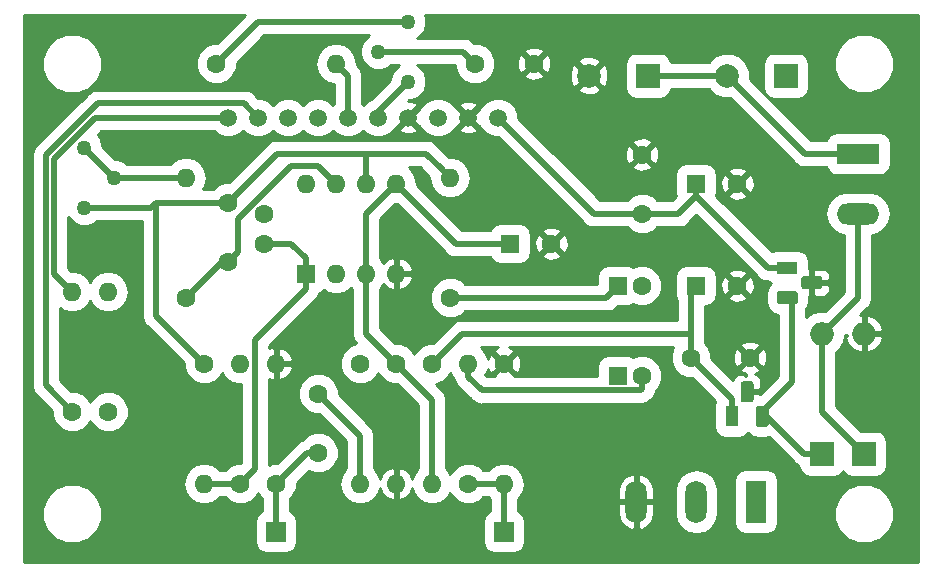
<source format=gbr>
G04 #@! TF.GenerationSoftware,KiCad,Pcbnew,(5.0.0-3-g5ebb6b6)*
G04 #@! TF.CreationDate,2018-08-12T20:31:25+01:00*
G04 #@! TF.ProjectId,SSFXPCB,535346585043422E6B696361645F7063,rev?*
G04 #@! TF.SameCoordinates,Original*
G04 #@! TF.FileFunction,Copper,L2,Bot,Signal*
G04 #@! TF.FilePolarity,Positive*
%FSLAX46Y46*%
G04 Gerber Fmt 4.6, Leading zero omitted, Abs format (unit mm)*
G04 Created by KiCad (PCBNEW (5.0.0-3-g5ebb6b6)) date Sunday, 12 August 2018 at 20:31:25*
%MOMM*%
%LPD*%
G01*
G04 APERTURE LIST*
G04 #@! TA.AperFunction,ComponentPad*
%ADD10C,1.500000*%
G04 #@! TD*
G04 #@! TA.AperFunction,ComponentPad*
%ADD11R,1.800000X3.600000*%
G04 #@! TD*
G04 #@! TA.AperFunction,ComponentPad*
%ADD12O,1.800000X3.600000*%
G04 #@! TD*
G04 #@! TA.AperFunction,ComponentPad*
%ADD13C,1.600000*%
G04 #@! TD*
G04 #@! TA.AperFunction,ComponentPad*
%ADD14C,1.260000*%
G04 #@! TD*
G04 #@! TA.AperFunction,ComponentPad*
%ADD15O,1.600000X1.600000*%
G04 #@! TD*
G04 #@! TA.AperFunction,ComponentPad*
%ADD16R,1.600000X1.600000*%
G04 #@! TD*
G04 #@! TA.AperFunction,ComponentPad*
%ADD17R,2.000000X2.000000*%
G04 #@! TD*
G04 #@! TA.AperFunction,ComponentPad*
%ADD18O,2.000000X2.000000*%
G04 #@! TD*
G04 #@! TA.AperFunction,ComponentPad*
%ADD19R,3.600000X1.800000*%
G04 #@! TD*
G04 #@! TA.AperFunction,ComponentPad*
%ADD20O,3.600000X1.800000*%
G04 #@! TD*
G04 #@! TA.AperFunction,ComponentPad*
%ADD21C,2.000000*%
G04 #@! TD*
G04 #@! TA.AperFunction,ComponentPad*
%ADD22R,1.700000X1.700000*%
G04 #@! TD*
G04 #@! TA.AperFunction,Conductor*
%ADD23C,0.100000*%
G04 #@! TD*
G04 #@! TA.AperFunction,ComponentPad*
%ADD24C,1.100000*%
G04 #@! TD*
G04 #@! TA.AperFunction,ComponentPad*
%ADD25R,1.800000X1.100000*%
G04 #@! TD*
G04 #@! TA.AperFunction,ComponentPad*
%ADD26R,1.100000X1.800000*%
G04 #@! TD*
G04 #@! TA.AperFunction,Conductor*
%ADD27C,0.500000*%
G04 #@! TD*
G04 #@! TA.AperFunction,Conductor*
%ADD28C,0.254000*%
G04 #@! TD*
G04 APERTURE END LIST*
D10*
G04 #@! TO.P,U2,10*
G04 #@! TO.N,Net-(R12-Pad2)*
X117856000Y-109220000D03*
G04 #@! TO.P,U2,9*
G04 #@! TO.N,Net-(R12-Pad1)*
X120396000Y-109220000D03*
G04 #@! TO.P,U2,8*
G04 #@! TO.N,Net-(R11-Pad2)*
X122936000Y-109220000D03*
G04 #@! TO.P,U2,7*
G04 #@! TO.N,Net-(R11-Pad1)*
X125476000Y-109220000D03*
G04 #@! TO.P,U2,1*
G04 #@! TO.N,+5V*
X140716000Y-109220000D03*
G04 #@! TO.P,U2,2*
G04 #@! TO.N,GNDD*
X138176000Y-109220000D03*
G04 #@! TO.P,U2,3*
G04 #@! TO.N,Net-(C3-Pad1)*
X135636000Y-109220000D03*
G04 #@! TO.P,U2,4*
G04 #@! TO.N,GNDD*
X133096000Y-109220000D03*
G04 #@! TO.P,U2,5*
G04 #@! TO.N,Net-(RV1-Pad1)*
X130556000Y-109220000D03*
G04 #@! TO.P,U2,6*
G04 #@! TO.N,Net-(R13-Pad2)*
X128016000Y-109220000D03*
G04 #@! TD*
D11*
G04 #@! TO.P,RV5,1*
G04 #@! TO.N,Net-(R13-Pad1)*
X162560000Y-141732000D03*
D12*
G04 #@! TO.P,RV5,2*
G04 #@! TO.N,Net-(C8-Pad2)*
X157480000Y-141732000D03*
G04 #@! TO.P,RV5,3*
G04 #@! TO.N,GNDD*
X152400000Y-141732000D03*
G04 #@! TD*
D13*
G04 #@! TO.P,C15,1*
G04 #@! TO.N,GNDD*
X152908000Y-112348000D03*
G04 #@! TO.P,C15,2*
G04 #@! TO.N,+5V*
X152908000Y-117348000D03*
G04 #@! TD*
D14*
G04 #@! TO.P,RV3,1*
G04 #@! TO.N,Net-(R9-Pad2)*
X105664000Y-111760000D03*
G04 #@! TO.P,RV3,2*
X108204000Y-114300000D03*
G04 #@! TO.P,RV3,3*
G04 #@! TO.N,Net-(C6-Pad2)*
X105664000Y-116840000D03*
G04 #@! TD*
D15*
G04 #@! TO.P,R24,2*
G04 #@! TO.N,VAA*
X135128000Y-140208000D03*
D13*
G04 #@! TO.P,R24,1*
G04 #@! TO.N,+9V*
X135128000Y-130048000D03*
G04 #@! TD*
G04 #@! TO.P,C18,2*
G04 #@! TO.N,GNDD*
X160980000Y-123444000D03*
D16*
G04 #@! TO.P,C18,1*
G04 #@! TO.N,+9V*
X157480000Y-123444000D03*
G04 #@! TD*
D13*
G04 #@! TO.P,C14,2*
G04 #@! TO.N,GNDD*
X160980000Y-114808000D03*
D16*
G04 #@! TO.P,C14,1*
G04 #@! TO.N,+5V*
X157480000Y-114808000D03*
G04 #@! TD*
G04 #@! TO.P,C20,1*
G04 #@! TO.N,VAA*
X141732000Y-119888000D03*
D13*
G04 #@! TO.P,C20,2*
G04 #@! TO.N,GNDD*
X145232000Y-119888000D03*
G04 #@! TD*
D17*
G04 #@! TO.P,D3,1*
G04 #@! TO.N,Net-(C10-Pad1)*
X168148000Y-137668000D03*
D18*
G04 #@! TO.P,D3,2*
G04 #@! TO.N,Net-(D3-Pad2)*
X168148000Y-127508000D03*
G04 #@! TD*
G04 #@! TO.P,D4,2*
G04 #@! TO.N,GNDD*
X171704000Y-127508000D03*
D17*
G04 #@! TO.P,D4,1*
G04 #@! TO.N,Net-(D3-Pad2)*
X171704000Y-137668000D03*
G04 #@! TD*
D15*
G04 #@! TO.P,R14,2*
G04 #@! TO.N,Net-(C7-Pad2)*
X138176000Y-130048000D03*
D13*
G04 #@! TO.P,R14,1*
G04 #@! TO.N,/FromReverb*
X138176000Y-140208000D03*
G04 #@! TD*
D15*
G04 #@! TO.P,R12,2*
G04 #@! TO.N,Net-(R12-Pad2)*
X104648000Y-123952000D03*
D13*
G04 #@! TO.P,R12,1*
G04 #@! TO.N,Net-(R12-Pad1)*
X104648000Y-134112000D03*
G04 #@! TD*
D19*
G04 #@! TO.P,J4,1*
G04 #@! TO.N,Net-(C10-Pad2)*
X171196000Y-112268000D03*
D20*
G04 #@! TO.P,J4,2*
G04 #@! TO.N,Net-(D3-Pad2)*
X171196000Y-117348000D03*
G04 #@! TD*
D16*
G04 #@! TO.P,U1,1*
G04 #@! TO.N,Net-(C3-Pad1)*
X124460000Y-122428000D03*
D15*
G04 #@! TO.P,U1,5*
G04 #@! TO.N,VAA*
X132080000Y-114808000D03*
G04 #@! TO.P,U1,2*
G04 #@! TO.N,Net-(C3-Pad2)*
X127000000Y-122428000D03*
G04 #@! TO.P,U1,6*
G04 #@! TO.N,Net-(C6-Pad2)*
X129540000Y-114808000D03*
G04 #@! TO.P,U1,3*
G04 #@! TO.N,VAA*
X129540000Y-122428000D03*
G04 #@! TO.P,U1,7*
G04 #@! TO.N,Net-(C6-Pad1)*
X127000000Y-114808000D03*
G04 #@! TO.P,U1,4*
G04 #@! TO.N,GNDD*
X132080000Y-122428000D03*
G04 #@! TO.P,U1,8*
G04 #@! TO.N,+9V*
X124460000Y-114808000D03*
G04 #@! TD*
D14*
G04 #@! TO.P,RV1,1*
G04 #@! TO.N,Net-(RV1-Pad1)*
X133096000Y-106172000D03*
G04 #@! TO.P,RV1,2*
G04 #@! TO.N,Net-(C4-Pad2)*
X130556000Y-103632000D03*
G04 #@! TO.P,RV1,3*
G04 #@! TO.N,Net-(R13-Pad1)*
X133096000Y-101092000D03*
G04 #@! TD*
D13*
G04 #@! TO.P,C1,1*
G04 #@! TO.N,Net-(C1-Pad1)*
X125476000Y-132588000D03*
G04 #@! TO.P,C1,2*
G04 #@! TO.N,/ToReverb*
X125476000Y-137588000D03*
G04 #@! TD*
G04 #@! TO.P,C4,2*
G04 #@! TO.N,Net-(C4-Pad2)*
X138764000Y-104648000D03*
G04 #@! TO.P,C4,1*
G04 #@! TO.N,GNDD*
X143764000Y-104648000D03*
G04 #@! TD*
G04 #@! TO.P,C6,1*
G04 #@! TO.N,Net-(C6-Pad1)*
X117856000Y-121412000D03*
G04 #@! TO.P,C6,2*
G04 #@! TO.N,Net-(C6-Pad2)*
X117856000Y-116412000D03*
G04 #@! TD*
D16*
G04 #@! TO.P,C7,1*
G04 #@! TO.N,Net-(C6-Pad1)*
X150876000Y-131064000D03*
D13*
G04 #@! TO.P,C7,2*
G04 #@! TO.N,Net-(C7-Pad2)*
X152876000Y-131064000D03*
G04 #@! TD*
G04 #@! TO.P,C8,2*
G04 #@! TO.N,Net-(C8-Pad2)*
X152876000Y-123444000D03*
D16*
G04 #@! TO.P,C8,1*
G04 #@! TO.N,Net-(C8-Pad1)*
X150876000Y-123444000D03*
G04 #@! TD*
D13*
G04 #@! TO.P,C19,2*
G04 #@! TO.N,+9V*
X157052000Y-129540000D03*
G04 #@! TO.P,C19,1*
G04 #@! TO.N,GNDD*
X162052000Y-129540000D03*
G04 #@! TD*
G04 #@! TO.P,R1,1*
G04 #@! TO.N,/ToReverb*
X121920000Y-140208000D03*
D15*
G04 #@! TO.P,R1,2*
G04 #@! TO.N,GNDD*
X121920000Y-130048000D03*
G04 #@! TD*
D13*
G04 #@! TO.P,R2,1*
G04 #@! TO.N,Net-(C3-Pad2)*
X129032000Y-130048000D03*
D15*
G04 #@! TO.P,R2,2*
G04 #@! TO.N,Net-(C1-Pad1)*
X129032000Y-140208000D03*
G04 #@! TD*
D13*
G04 #@! TO.P,R5,1*
G04 #@! TO.N,Net-(C3-Pad1)*
X118872000Y-140208000D03*
D15*
G04 #@! TO.P,R5,2*
G04 #@! TO.N,Net-(C3-Pad2)*
X118872000Y-130048000D03*
G04 #@! TD*
D13*
G04 #@! TO.P,R7,1*
G04 #@! TO.N,Net-(C6-Pad2)*
X115824000Y-130048000D03*
D15*
G04 #@! TO.P,R7,2*
G04 #@! TO.N,Net-(C3-Pad1)*
X115824000Y-140208000D03*
G04 #@! TD*
D13*
G04 #@! TO.P,R9,1*
G04 #@! TO.N,Net-(C6-Pad1)*
X114300000Y-124460000D03*
D15*
G04 #@! TO.P,R9,2*
G04 #@! TO.N,Net-(R9-Pad2)*
X114300000Y-114300000D03*
G04 #@! TD*
G04 #@! TO.P,R10,2*
G04 #@! TO.N,Net-(C6-Pad2)*
X136652000Y-114300000D03*
D13*
G04 #@! TO.P,R10,1*
G04 #@! TO.N,Net-(C8-Pad1)*
X136652000Y-124460000D03*
G04 #@! TD*
G04 #@! TO.P,R11,1*
G04 #@! TO.N,Net-(R11-Pad1)*
X107696000Y-134112000D03*
D15*
G04 #@! TO.P,R11,2*
G04 #@! TO.N,Net-(R11-Pad2)*
X107696000Y-123952000D03*
G04 #@! TD*
G04 #@! TO.P,R13,2*
G04 #@! TO.N,Net-(R13-Pad2)*
X127000000Y-104648000D03*
D13*
G04 #@! TO.P,R13,1*
G04 #@! TO.N,Net-(R13-Pad1)*
X116840000Y-104648000D03*
G04 #@! TD*
G04 #@! TO.P,R15,1*
G04 #@! TO.N,GNDD*
X141224000Y-130048000D03*
D15*
G04 #@! TO.P,R15,2*
G04 #@! TO.N,/FromReverb*
X141224000Y-140208000D03*
G04 #@! TD*
D13*
G04 #@! TO.P,R25,1*
G04 #@! TO.N,VAA*
X132080000Y-130048000D03*
D15*
G04 #@! TO.P,R25,2*
G04 #@! TO.N,GNDD*
X132080000Y-140208000D03*
G04 #@! TD*
D21*
G04 #@! TO.P,C10,2*
G04 #@! TO.N,Net-(C10-Pad2)*
X160100000Y-105664000D03*
D17*
G04 #@! TO.P,C10,1*
G04 #@! TO.N,Net-(C10-Pad1)*
X165100000Y-105664000D03*
G04 #@! TD*
G04 #@! TO.P,C11,1*
G04 #@! TO.N,Net-(C10-Pad2)*
X153416000Y-105664000D03*
D21*
G04 #@! TO.P,C11,2*
G04 #@! TO.N,GNDD*
X148416000Y-105664000D03*
G04 #@! TD*
D22*
G04 #@! TO.P,J9,1*
G04 #@! TO.N,/ToReverb*
X121920000Y-144272000D03*
G04 #@! TD*
G04 #@! TO.P,J11,1*
G04 #@! TO.N,/FromReverb*
X141224000Y-144272000D03*
G04 #@! TD*
D13*
G04 #@! TO.P,C3,1*
G04 #@! TO.N,Net-(C3-Pad1)*
X120904000Y-119888000D03*
G04 #@! TO.P,C3,2*
G04 #@! TO.N,Net-(C3-Pad2)*
X120904000Y-117388000D03*
G04 #@! TD*
D23*
G04 #@! TO.N,GNDD*
G04 #@! TO.C,U3*
G36*
X167929955Y-122641324D02*
X167956650Y-122645284D01*
X167982828Y-122651841D01*
X168008238Y-122660933D01*
X168032634Y-122672472D01*
X168055782Y-122686346D01*
X168077458Y-122702422D01*
X168097454Y-122720546D01*
X168115578Y-122740542D01*
X168131654Y-122762218D01*
X168145528Y-122785366D01*
X168157067Y-122809762D01*
X168166159Y-122835172D01*
X168172716Y-122861350D01*
X168176676Y-122888045D01*
X168178000Y-122915000D01*
X168178000Y-123465000D01*
X168176676Y-123491955D01*
X168172716Y-123518650D01*
X168166159Y-123544828D01*
X168157067Y-123570238D01*
X168145528Y-123594634D01*
X168131654Y-123617782D01*
X168115578Y-123639458D01*
X168097454Y-123659454D01*
X168077458Y-123677578D01*
X168055782Y-123693654D01*
X168032634Y-123707528D01*
X168008238Y-123719067D01*
X167982828Y-123728159D01*
X167956650Y-123734716D01*
X167929955Y-123738676D01*
X167903000Y-123740000D01*
X166653000Y-123740000D01*
X166626045Y-123738676D01*
X166599350Y-123734716D01*
X166573172Y-123728159D01*
X166547762Y-123719067D01*
X166523366Y-123707528D01*
X166500218Y-123693654D01*
X166478542Y-123677578D01*
X166458546Y-123659454D01*
X166440422Y-123639458D01*
X166424346Y-123617782D01*
X166410472Y-123594634D01*
X166398933Y-123570238D01*
X166389841Y-123544828D01*
X166383284Y-123518650D01*
X166379324Y-123491955D01*
X166378000Y-123465000D01*
X166378000Y-122915000D01*
X166379324Y-122888045D01*
X166383284Y-122861350D01*
X166389841Y-122835172D01*
X166398933Y-122809762D01*
X166410472Y-122785366D01*
X166424346Y-122762218D01*
X166440422Y-122740542D01*
X166458546Y-122720546D01*
X166478542Y-122702422D01*
X166500218Y-122686346D01*
X166523366Y-122672472D01*
X166547762Y-122660933D01*
X166573172Y-122651841D01*
X166599350Y-122645284D01*
X166626045Y-122641324D01*
X166653000Y-122640000D01*
X167903000Y-122640000D01*
X167929955Y-122641324D01*
X167929955Y-122641324D01*
G37*
D24*
G04 #@! TD*
G04 #@! TO.P,U3,2*
G04 #@! TO.N,GNDD*
X167278000Y-123190000D03*
D23*
G04 #@! TO.N,Net-(C10-Pad1)*
G04 #@! TO.C,U3*
G36*
X165859955Y-123911324D02*
X165886650Y-123915284D01*
X165912828Y-123921841D01*
X165938238Y-123930933D01*
X165962634Y-123942472D01*
X165985782Y-123956346D01*
X166007458Y-123972422D01*
X166027454Y-123990546D01*
X166045578Y-124010542D01*
X166061654Y-124032218D01*
X166075528Y-124055366D01*
X166087067Y-124079762D01*
X166096159Y-124105172D01*
X166102716Y-124131350D01*
X166106676Y-124158045D01*
X166108000Y-124185000D01*
X166108000Y-124735000D01*
X166106676Y-124761955D01*
X166102716Y-124788650D01*
X166096159Y-124814828D01*
X166087067Y-124840238D01*
X166075528Y-124864634D01*
X166061654Y-124887782D01*
X166045578Y-124909458D01*
X166027454Y-124929454D01*
X166007458Y-124947578D01*
X165985782Y-124963654D01*
X165962634Y-124977528D01*
X165938238Y-124989067D01*
X165912828Y-124998159D01*
X165886650Y-125004716D01*
X165859955Y-125008676D01*
X165833000Y-125010000D01*
X164583000Y-125010000D01*
X164556045Y-125008676D01*
X164529350Y-125004716D01*
X164503172Y-124998159D01*
X164477762Y-124989067D01*
X164453366Y-124977528D01*
X164430218Y-124963654D01*
X164408542Y-124947578D01*
X164388546Y-124929454D01*
X164370422Y-124909458D01*
X164354346Y-124887782D01*
X164340472Y-124864634D01*
X164328933Y-124840238D01*
X164319841Y-124814828D01*
X164313284Y-124788650D01*
X164309324Y-124761955D01*
X164308000Y-124735000D01*
X164308000Y-124185000D01*
X164309324Y-124158045D01*
X164313284Y-124131350D01*
X164319841Y-124105172D01*
X164328933Y-124079762D01*
X164340472Y-124055366D01*
X164354346Y-124032218D01*
X164370422Y-124010542D01*
X164388546Y-123990546D01*
X164408542Y-123972422D01*
X164430218Y-123956346D01*
X164453366Y-123942472D01*
X164477762Y-123930933D01*
X164503172Y-123921841D01*
X164529350Y-123915284D01*
X164556045Y-123911324D01*
X164583000Y-123910000D01*
X165833000Y-123910000D01*
X165859955Y-123911324D01*
X165859955Y-123911324D01*
G37*
D24*
G04 #@! TD*
G04 #@! TO.P,U3,3*
G04 #@! TO.N,Net-(C10-Pad1)*
X165208000Y-124460000D03*
D25*
G04 #@! TO.P,U3,1*
G04 #@! TO.N,+5V*
X165208000Y-121920000D03*
G04 #@! TD*
D26*
G04 #@! TO.P,U4,1*
G04 #@! TO.N,+9V*
X160528000Y-134512000D03*
D23*
G04 #@! TD*
G04 #@! TO.N,Net-(C10-Pad1)*
G04 #@! TO.C,U4*
G36*
X163369955Y-133613324D02*
X163396650Y-133617284D01*
X163422828Y-133623841D01*
X163448238Y-133632933D01*
X163472634Y-133644472D01*
X163495782Y-133658346D01*
X163517458Y-133674422D01*
X163537454Y-133692546D01*
X163555578Y-133712542D01*
X163571654Y-133734218D01*
X163585528Y-133757366D01*
X163597067Y-133781762D01*
X163606159Y-133807172D01*
X163612716Y-133833350D01*
X163616676Y-133860045D01*
X163618000Y-133887000D01*
X163618000Y-135137000D01*
X163616676Y-135163955D01*
X163612716Y-135190650D01*
X163606159Y-135216828D01*
X163597067Y-135242238D01*
X163585528Y-135266634D01*
X163571654Y-135289782D01*
X163555578Y-135311458D01*
X163537454Y-135331454D01*
X163517458Y-135349578D01*
X163495782Y-135365654D01*
X163472634Y-135379528D01*
X163448238Y-135391067D01*
X163422828Y-135400159D01*
X163396650Y-135406716D01*
X163369955Y-135410676D01*
X163343000Y-135412000D01*
X162793000Y-135412000D01*
X162766045Y-135410676D01*
X162739350Y-135406716D01*
X162713172Y-135400159D01*
X162687762Y-135391067D01*
X162663366Y-135379528D01*
X162640218Y-135365654D01*
X162618542Y-135349578D01*
X162598546Y-135331454D01*
X162580422Y-135311458D01*
X162564346Y-135289782D01*
X162550472Y-135266634D01*
X162538933Y-135242238D01*
X162529841Y-135216828D01*
X162523284Y-135190650D01*
X162519324Y-135163955D01*
X162518000Y-135137000D01*
X162518000Y-133887000D01*
X162519324Y-133860045D01*
X162523284Y-133833350D01*
X162529841Y-133807172D01*
X162538933Y-133781762D01*
X162550472Y-133757366D01*
X162564346Y-133734218D01*
X162580422Y-133712542D01*
X162598546Y-133692546D01*
X162618542Y-133674422D01*
X162640218Y-133658346D01*
X162663366Y-133644472D01*
X162687762Y-133632933D01*
X162713172Y-133623841D01*
X162739350Y-133617284D01*
X162766045Y-133613324D01*
X162793000Y-133612000D01*
X163343000Y-133612000D01*
X163369955Y-133613324D01*
X163369955Y-133613324D01*
G37*
D24*
G04 #@! TO.P,U4,3*
G04 #@! TO.N,Net-(C10-Pad1)*
X163068000Y-134512000D03*
D23*
G04 #@! TD*
G04 #@! TO.N,GNDD*
G04 #@! TO.C,U4*
G36*
X162099955Y-131543324D02*
X162126650Y-131547284D01*
X162152828Y-131553841D01*
X162178238Y-131562933D01*
X162202634Y-131574472D01*
X162225782Y-131588346D01*
X162247458Y-131604422D01*
X162267454Y-131622546D01*
X162285578Y-131642542D01*
X162301654Y-131664218D01*
X162315528Y-131687366D01*
X162327067Y-131711762D01*
X162336159Y-131737172D01*
X162342716Y-131763350D01*
X162346676Y-131790045D01*
X162348000Y-131817000D01*
X162348000Y-133067000D01*
X162346676Y-133093955D01*
X162342716Y-133120650D01*
X162336159Y-133146828D01*
X162327067Y-133172238D01*
X162315528Y-133196634D01*
X162301654Y-133219782D01*
X162285578Y-133241458D01*
X162267454Y-133261454D01*
X162247458Y-133279578D01*
X162225782Y-133295654D01*
X162202634Y-133309528D01*
X162178238Y-133321067D01*
X162152828Y-133330159D01*
X162126650Y-133336716D01*
X162099955Y-133340676D01*
X162073000Y-133342000D01*
X161523000Y-133342000D01*
X161496045Y-133340676D01*
X161469350Y-133336716D01*
X161443172Y-133330159D01*
X161417762Y-133321067D01*
X161393366Y-133309528D01*
X161370218Y-133295654D01*
X161348542Y-133279578D01*
X161328546Y-133261454D01*
X161310422Y-133241458D01*
X161294346Y-133219782D01*
X161280472Y-133196634D01*
X161268933Y-133172238D01*
X161259841Y-133146828D01*
X161253284Y-133120650D01*
X161249324Y-133093955D01*
X161248000Y-133067000D01*
X161248000Y-131817000D01*
X161249324Y-131790045D01*
X161253284Y-131763350D01*
X161259841Y-131737172D01*
X161268933Y-131711762D01*
X161280472Y-131687366D01*
X161294346Y-131664218D01*
X161310422Y-131642542D01*
X161328546Y-131622546D01*
X161348542Y-131604422D01*
X161370218Y-131588346D01*
X161393366Y-131574472D01*
X161417762Y-131562933D01*
X161443172Y-131553841D01*
X161469350Y-131547284D01*
X161496045Y-131543324D01*
X161523000Y-131542000D01*
X162073000Y-131542000D01*
X162099955Y-131543324D01*
X162099955Y-131543324D01*
G37*
D24*
G04 #@! TO.P,U4,2*
G04 #@! TO.N,GNDD*
X161798000Y-132442000D03*
G04 #@! TD*
D27*
G04 #@! TO.N,Net-(C6-Pad1)*
X117348000Y-121412000D02*
X117856000Y-121412000D01*
X114300000Y-124460000D02*
X117348000Y-121412000D01*
X123157998Y-113284000D02*
X125476000Y-113284000D01*
X125476000Y-113284000D02*
X127000000Y-114808000D01*
X118655999Y-117785999D02*
X123157998Y-113284000D01*
X118655999Y-120612001D02*
X118655999Y-117785999D01*
X117856000Y-121412000D02*
X118655999Y-120612001D01*
G04 #@! TO.N,Net-(C7-Pad2)*
X152876000Y-132195370D02*
X152876000Y-131064000D01*
X139310631Y-132314001D02*
X152757369Y-132314001D01*
X138176000Y-131179370D02*
X139310631Y-132314001D01*
X152757369Y-132314001D02*
X152876000Y-132195370D01*
X138176000Y-130048000D02*
X138176000Y-131179370D01*
G04 #@! TO.N,Net-(C8-Pad1)*
X149860000Y-124460000D02*
X150876000Y-123444000D01*
X136652000Y-124460000D02*
X149860000Y-124460000D01*
G04 #@! TO.N,Net-(C10-Pad1)*
X165608000Y-131572000D02*
X163068000Y-134112000D01*
X165608000Y-124460000D02*
X165608000Y-131572000D01*
X163092000Y-134112000D02*
X163068000Y-134112000D01*
X166648000Y-137668000D02*
X163092000Y-134112000D01*
X168148000Y-137668000D02*
X166648000Y-137668000D01*
G04 #@! TO.N,Net-(C10-Pad2)*
X154916000Y-105664000D02*
X160100000Y-105664000D01*
X153416000Y-105664000D02*
X154916000Y-105664000D01*
X166704000Y-112268000D02*
X171196000Y-112268000D01*
X160100000Y-105664000D02*
X166704000Y-112268000D01*
G04 #@! TO.N,+5V*
X163576000Y-121920000D02*
X157480000Y-115824000D01*
X165608000Y-121920000D02*
X163576000Y-121920000D01*
X157480000Y-115824000D02*
X157480000Y-114808000D01*
X148844000Y-117348000D02*
X152908000Y-117348000D01*
X140716000Y-109220000D02*
X148844000Y-117348000D01*
X155956000Y-117348000D02*
X157480000Y-115824000D01*
X152908000Y-117348000D02*
X155956000Y-117348000D01*
G04 #@! TO.N,+9V*
X157052000Y-123872000D02*
X157480000Y-123444000D01*
X157052000Y-127508000D02*
X157052000Y-123872000D01*
X157052000Y-129540000D02*
X157052000Y-127508000D01*
X137668000Y-127508000D02*
X157052000Y-127508000D01*
X135128000Y-130048000D02*
X137668000Y-127508000D01*
X160528000Y-133016000D02*
X160528000Y-134112000D01*
X157052000Y-129540000D02*
X160528000Y-133016000D01*
G04 #@! TO.N,VAA*
X129540000Y-117348000D02*
X132080000Y-114808000D01*
X129540000Y-122428000D02*
X129540000Y-117348000D01*
X129540000Y-127508000D02*
X132080000Y-130048000D01*
X129540000Y-122428000D02*
X129540000Y-127508000D01*
X135128000Y-133096000D02*
X132080000Y-130048000D01*
X135128000Y-140208000D02*
X135128000Y-133096000D01*
X137160000Y-119888000D02*
X132080000Y-114808000D01*
X141732000Y-119888000D02*
X137160000Y-119888000D01*
G04 #@! TO.N,Net-(C3-Pad1)*
X115824000Y-140208000D02*
X118872000Y-140208000D01*
X120122001Y-128065999D02*
X124460000Y-123728000D01*
X124460000Y-123728000D02*
X124460000Y-122428000D01*
X120122001Y-138957999D02*
X120122001Y-128065999D01*
X118872000Y-140208000D02*
X120122001Y-138957999D01*
X123220000Y-119888000D02*
X120904000Y-119888000D01*
X124460000Y-121128000D02*
X123220000Y-119888000D01*
X124460000Y-122428000D02*
X124460000Y-121128000D01*
G04 #@! TO.N,Net-(C6-Pad2)*
X135852001Y-113500001D02*
X136652000Y-114300000D01*
X134620000Y-112268000D02*
X135852001Y-113500001D01*
X117856000Y-116412000D02*
X122000000Y-112268000D01*
X129540000Y-112268000D02*
X129540000Y-114808000D01*
X122000000Y-112268000D02*
X129540000Y-112268000D01*
X129540000Y-112268000D02*
X134620000Y-112268000D01*
X117856000Y-116412000D02*
X111760000Y-116412000D01*
X111760000Y-125984000D02*
X111760000Y-116412000D01*
X115824000Y-130048000D02*
X111760000Y-125984000D01*
X111332000Y-116840000D02*
X111760000Y-116412000D01*
X105664000Y-116840000D02*
X111332000Y-116840000D01*
G04 #@! TO.N,Net-(R12-Pad2)*
X106605598Y-109220000D02*
X117856000Y-109220000D01*
X103124000Y-112701598D02*
X106605598Y-109220000D01*
X103124000Y-122428000D02*
X103124000Y-112701598D01*
X104648000Y-123952000D02*
X103124000Y-122428000D01*
G04 #@! TO.N,Net-(R12-Pad1)*
X119195999Y-108019999D02*
X120396000Y-109220000D01*
X102423990Y-112411645D02*
X106815636Y-108019999D01*
X106815636Y-108019999D02*
X119195999Y-108019999D01*
X102423990Y-131887990D02*
X102423990Y-112411645D01*
X104648000Y-134112000D02*
X102423990Y-131887990D01*
G04 #@! TO.N,Net-(R13-Pad2)*
X128016000Y-105664000D02*
X127000000Y-104648000D01*
X128016000Y-109220000D02*
X128016000Y-105664000D01*
G04 #@! TO.N,Net-(C4-Pad2)*
X137748000Y-103632000D02*
X138764000Y-104648000D01*
X130556000Y-103632000D02*
X137748000Y-103632000D01*
G04 #@! TO.N,Net-(D3-Pad2)*
X168148000Y-134112000D02*
X171704000Y-137668000D01*
X168148000Y-127508000D02*
X168148000Y-134112000D01*
X171196000Y-124460000D02*
X168148000Y-127508000D01*
X171196000Y-117348000D02*
X171196000Y-124460000D01*
G04 #@! TO.N,Net-(C1-Pad1)*
X129032000Y-136144000D02*
X125476000Y-132588000D01*
X129032000Y-140208000D02*
X129032000Y-136144000D01*
G04 #@! TO.N,Net-(R9-Pad2)*
X108204000Y-114300000D02*
X114300000Y-114300000D01*
X105664000Y-111760000D02*
X108204000Y-114300000D01*
G04 #@! TO.N,Net-(R13-Pad1)*
X120396000Y-101092000D02*
X133096000Y-101092000D01*
X116840000Y-104648000D02*
X120396000Y-101092000D01*
G04 #@! TO.N,Net-(RV1-Pad1)*
X130556000Y-108712000D02*
X133096000Y-106172000D01*
X130556000Y-109220000D02*
X130556000Y-108712000D01*
G04 #@! TO.N,/ToReverb*
X124540000Y-137588000D02*
X125476000Y-137588000D01*
X121920000Y-140208000D02*
X124540000Y-137588000D01*
X121920000Y-140208000D02*
X121920000Y-144272000D01*
G04 #@! TO.N,/FromReverb*
X138176000Y-140208000D02*
X141224000Y-140208000D01*
X141224000Y-140208000D02*
X141224000Y-144272000D01*
G04 #@! TD*
D28*
G04 #@! TO.N,GNDD*
G36*
X116902471Y-102921000D02*
X116496478Y-102921000D01*
X115861733Y-103183920D01*
X115375920Y-103669733D01*
X115113000Y-104304478D01*
X115113000Y-104991522D01*
X115375920Y-105626267D01*
X115861733Y-106112080D01*
X116496478Y-106375000D01*
X117183522Y-106375000D01*
X117818267Y-106112080D01*
X118304080Y-105626267D01*
X118567000Y-104991522D01*
X118567000Y-104585529D01*
X120883530Y-102269000D01*
X129777936Y-102269000D01*
X129674031Y-102312039D01*
X129236039Y-102750031D01*
X128999000Y-103322294D01*
X128999000Y-103941706D01*
X129236039Y-104513969D01*
X129674031Y-104951961D01*
X130246294Y-105189000D01*
X130865706Y-105189000D01*
X131437969Y-104951961D01*
X131580930Y-104809000D01*
X132317936Y-104809000D01*
X132214031Y-104852039D01*
X131776039Y-105290031D01*
X131539000Y-105862294D01*
X131539000Y-106064471D01*
X129945954Y-107657518D01*
X129606056Y-107798308D01*
X129286000Y-108118364D01*
X129193000Y-108025364D01*
X129193000Y-105779915D01*
X129216057Y-105664000D01*
X129193000Y-105548084D01*
X129193000Y-105548080D01*
X129124709Y-105204758D01*
X128864569Y-104815431D01*
X128766296Y-104749767D01*
X128744855Y-104728326D01*
X128760833Y-104648000D01*
X128626798Y-103974158D01*
X128245097Y-103402903D01*
X127673842Y-103021202D01*
X127170091Y-102921000D01*
X126829909Y-102921000D01*
X126326158Y-103021202D01*
X125754903Y-103402903D01*
X125373202Y-103974158D01*
X125239167Y-104648000D01*
X125373202Y-105321842D01*
X125754903Y-105893097D01*
X126326158Y-106274798D01*
X126829909Y-106375000D01*
X126839001Y-106375000D01*
X126839000Y-108025364D01*
X126746000Y-108118364D01*
X126425944Y-107798308D01*
X125809576Y-107543000D01*
X125142424Y-107543000D01*
X124526056Y-107798308D01*
X124206000Y-108118364D01*
X123885944Y-107798308D01*
X123269576Y-107543000D01*
X122602424Y-107543000D01*
X121986056Y-107798308D01*
X121666000Y-108118364D01*
X121345944Y-107798308D01*
X120729576Y-107543000D01*
X120383528Y-107543000D01*
X120110234Y-107269705D01*
X120044568Y-107171430D01*
X119655241Y-106911290D01*
X119311919Y-106842999D01*
X119311914Y-106842999D01*
X119195999Y-106819942D01*
X119080084Y-106842999D01*
X106931551Y-106842999D01*
X106815635Y-106819942D01*
X106699720Y-106842999D01*
X106699716Y-106842999D01*
X106356394Y-106911290D01*
X106226757Y-106997910D01*
X106065338Y-107105767D01*
X106065337Y-107105768D01*
X105967067Y-107171430D01*
X105901405Y-107269700D01*
X101673695Y-111497412D01*
X101575422Y-111563076D01*
X101509758Y-111661349D01*
X101315282Y-111952403D01*
X101223933Y-112411645D01*
X101246991Y-112527565D01*
X101246990Y-131772075D01*
X101223933Y-131887990D01*
X101246990Y-132003905D01*
X101246990Y-132003909D01*
X101315281Y-132347231D01*
X101575421Y-132736559D01*
X101673697Y-132802225D01*
X102921000Y-134049529D01*
X102921000Y-134455522D01*
X103183920Y-135090267D01*
X103669733Y-135576080D01*
X104304478Y-135839000D01*
X104991522Y-135839000D01*
X105626267Y-135576080D01*
X106112080Y-135090267D01*
X106172000Y-134945607D01*
X106231920Y-135090267D01*
X106717733Y-135576080D01*
X107352478Y-135839000D01*
X108039522Y-135839000D01*
X108674267Y-135576080D01*
X109160080Y-135090267D01*
X109423000Y-134455522D01*
X109423000Y-133768478D01*
X109160080Y-133133733D01*
X108674267Y-132647920D01*
X108039522Y-132385000D01*
X107352478Y-132385000D01*
X106717733Y-132647920D01*
X106231920Y-133133733D01*
X106172000Y-133278393D01*
X106112080Y-133133733D01*
X105626267Y-132647920D01*
X104991522Y-132385000D01*
X104585529Y-132385000D01*
X103600990Y-131400462D01*
X103600990Y-125329455D01*
X103974158Y-125578798D01*
X104477909Y-125679000D01*
X104818091Y-125679000D01*
X105321842Y-125578798D01*
X105893097Y-125197097D01*
X106172000Y-124779690D01*
X106450903Y-125197097D01*
X107022158Y-125578798D01*
X107525909Y-125679000D01*
X107866091Y-125679000D01*
X108369842Y-125578798D01*
X108941097Y-125197097D01*
X109322798Y-124625842D01*
X109456833Y-123952000D01*
X109322798Y-123278158D01*
X108941097Y-122706903D01*
X108369842Y-122325202D01*
X107866091Y-122225000D01*
X107525909Y-122225000D01*
X107022158Y-122325202D01*
X106450903Y-122706903D01*
X106172000Y-123124310D01*
X105893097Y-122706903D01*
X105321842Y-122325202D01*
X104818091Y-122225000D01*
X104585529Y-122225000D01*
X104301000Y-121940471D01*
X104301000Y-117618064D01*
X104344039Y-117721969D01*
X104782031Y-118159961D01*
X105354294Y-118397000D01*
X105973706Y-118397000D01*
X106545969Y-118159961D01*
X106688930Y-118017000D01*
X110583001Y-118017000D01*
X110583000Y-125868085D01*
X110559943Y-125984000D01*
X110583000Y-126099915D01*
X110583000Y-126099919D01*
X110651291Y-126443241D01*
X110911431Y-126832569D01*
X111009707Y-126898235D01*
X114097000Y-129985529D01*
X114097000Y-130391522D01*
X114359920Y-131026267D01*
X114845733Y-131512080D01*
X115480478Y-131775000D01*
X116167522Y-131775000D01*
X116802267Y-131512080D01*
X117288080Y-131026267D01*
X117349513Y-130877954D01*
X117626903Y-131293097D01*
X118198158Y-131674798D01*
X118701909Y-131775000D01*
X118945002Y-131775000D01*
X118945001Y-138470470D01*
X118934471Y-138481000D01*
X118528478Y-138481000D01*
X117893733Y-138743920D01*
X117606653Y-139031000D01*
X117114598Y-139031000D01*
X117069097Y-138962903D01*
X116497842Y-138581202D01*
X115994091Y-138481000D01*
X115653909Y-138481000D01*
X115150158Y-138581202D01*
X114578903Y-138962903D01*
X114197202Y-139534158D01*
X114063167Y-140208000D01*
X114197202Y-140881842D01*
X114578903Y-141453097D01*
X115150158Y-141834798D01*
X115653909Y-141935000D01*
X115994091Y-141935000D01*
X116497842Y-141834798D01*
X117069097Y-141453097D01*
X117114598Y-141385000D01*
X117606653Y-141385000D01*
X117893733Y-141672080D01*
X118528478Y-141935000D01*
X119215522Y-141935000D01*
X119850267Y-141672080D01*
X120336080Y-141186267D01*
X120396000Y-141041607D01*
X120455920Y-141186267D01*
X120743000Y-141473347D01*
X120743001Y-142541883D01*
X120708303Y-142548785D01*
X120401670Y-142753670D01*
X120196785Y-143060303D01*
X120124839Y-143422000D01*
X120124839Y-145122000D01*
X120196785Y-145483697D01*
X120401670Y-145790330D01*
X120708303Y-145995215D01*
X121070000Y-146067161D01*
X122770000Y-146067161D01*
X123131697Y-145995215D01*
X123438330Y-145790330D01*
X123643215Y-145483697D01*
X123715161Y-145122000D01*
X123715161Y-143422000D01*
X123643215Y-143060303D01*
X123438330Y-142753670D01*
X123131697Y-142548785D01*
X123097000Y-142541883D01*
X123097000Y-141473347D01*
X123384080Y-141186267D01*
X123647000Y-140551522D01*
X123647000Y-140145528D01*
X124669359Y-139123170D01*
X125132478Y-139315000D01*
X125819522Y-139315000D01*
X126454267Y-139052080D01*
X126940080Y-138566267D01*
X127203000Y-137931522D01*
X127203000Y-137244478D01*
X126940080Y-136609733D01*
X126454267Y-136123920D01*
X125819522Y-135861000D01*
X125132478Y-135861000D01*
X124497733Y-136123920D01*
X124157659Y-136463994D01*
X124080757Y-136479291D01*
X123895252Y-136603242D01*
X123691431Y-136739431D01*
X123625767Y-136837704D01*
X121982472Y-138481000D01*
X121576478Y-138481000D01*
X121299001Y-138595935D01*
X121299001Y-132244478D01*
X123749000Y-132244478D01*
X123749000Y-132931522D01*
X124011920Y-133566267D01*
X124497733Y-134052080D01*
X125132478Y-134315000D01*
X125538471Y-134315000D01*
X127855001Y-136631531D01*
X127855000Y-138917402D01*
X127786903Y-138962903D01*
X127405202Y-139534158D01*
X127271167Y-140208000D01*
X127405202Y-140881842D01*
X127786903Y-141453097D01*
X128358158Y-141834798D01*
X128861909Y-141935000D01*
X129202091Y-141935000D01*
X129705842Y-141834798D01*
X130277097Y-141453097D01*
X130658798Y-140881842D01*
X130712953Y-140609583D01*
X130927611Y-141063134D01*
X131342577Y-141439041D01*
X131730961Y-141599904D01*
X131953000Y-141477915D01*
X131953000Y-140335000D01*
X131933000Y-140335000D01*
X131933000Y-140081000D01*
X131953000Y-140081000D01*
X131953000Y-138938085D01*
X131730961Y-138816096D01*
X131342577Y-138976959D01*
X130927611Y-139352866D01*
X130712953Y-139806417D01*
X130658798Y-139534158D01*
X130277097Y-138962903D01*
X130209000Y-138917402D01*
X130209000Y-136259915D01*
X130232057Y-136143999D01*
X130209000Y-136028084D01*
X130209000Y-136028080D01*
X130140709Y-135684758D01*
X129880569Y-135295431D01*
X129782299Y-135229769D01*
X127203000Y-132650471D01*
X127203000Y-132244478D01*
X126940080Y-131609733D01*
X126454267Y-131123920D01*
X125819522Y-130861000D01*
X125132478Y-130861000D01*
X124497733Y-131123920D01*
X124011920Y-131609733D01*
X123749000Y-132244478D01*
X121299001Y-132244478D01*
X121299001Y-131327262D01*
X121570961Y-131439904D01*
X121793000Y-131317915D01*
X121793000Y-130175000D01*
X122047000Y-130175000D01*
X122047000Y-131317915D01*
X122269039Y-131439904D01*
X122657423Y-131279041D01*
X123072389Y-130903134D01*
X123311914Y-130397041D01*
X123190629Y-130175000D01*
X122047000Y-130175000D01*
X121793000Y-130175000D01*
X121773000Y-130175000D01*
X121773000Y-129921000D01*
X121793000Y-129921000D01*
X121793000Y-128778085D01*
X122047000Y-128778085D01*
X122047000Y-129921000D01*
X123190629Y-129921000D01*
X123311914Y-129698959D01*
X123072389Y-129192866D01*
X122657423Y-128816959D01*
X122269039Y-128656096D01*
X122047000Y-128778085D01*
X121793000Y-128778085D01*
X121570961Y-128656096D01*
X121299001Y-128768738D01*
X121299001Y-128553527D01*
X125210297Y-124642232D01*
X125308569Y-124576569D01*
X125568709Y-124187242D01*
X125584343Y-124108645D01*
X125621697Y-124101215D01*
X125928330Y-123896330D01*
X125977920Y-123822113D01*
X126326158Y-124054798D01*
X126829909Y-124155000D01*
X127170091Y-124155000D01*
X127673842Y-124054798D01*
X128245097Y-123673097D01*
X128270000Y-123635827D01*
X128294903Y-123673097D01*
X128363000Y-123718598D01*
X128363001Y-127392080D01*
X128339943Y-127508000D01*
X128363001Y-127623919D01*
X128363001Y-127623920D01*
X128431292Y-127967242D01*
X128672177Y-128327752D01*
X128053733Y-128583920D01*
X127567920Y-129069733D01*
X127305000Y-129704478D01*
X127305000Y-130391522D01*
X127567920Y-131026267D01*
X128053733Y-131512080D01*
X128688478Y-131775000D01*
X129375522Y-131775000D01*
X130010267Y-131512080D01*
X130496080Y-131026267D01*
X130556000Y-130881607D01*
X130615920Y-131026267D01*
X131101733Y-131512080D01*
X131736478Y-131775000D01*
X132142472Y-131775000D01*
X133951001Y-133583530D01*
X133951000Y-138917402D01*
X133882903Y-138962903D01*
X133501202Y-139534158D01*
X133447047Y-139806417D01*
X133232389Y-139352866D01*
X132817423Y-138976959D01*
X132429039Y-138816096D01*
X132207000Y-138938085D01*
X132207000Y-140081000D01*
X132227000Y-140081000D01*
X132227000Y-140335000D01*
X132207000Y-140335000D01*
X132207000Y-141477915D01*
X132429039Y-141599904D01*
X132817423Y-141439041D01*
X133232389Y-141063134D01*
X133447047Y-140609583D01*
X133501202Y-140881842D01*
X133882903Y-141453097D01*
X134454158Y-141834798D01*
X134957909Y-141935000D01*
X135298091Y-141935000D01*
X135801842Y-141834798D01*
X136373097Y-141453097D01*
X136650487Y-141037954D01*
X136711920Y-141186267D01*
X137197733Y-141672080D01*
X137832478Y-141935000D01*
X138519522Y-141935000D01*
X139154267Y-141672080D01*
X139441347Y-141385000D01*
X139933402Y-141385000D01*
X139978903Y-141453097D01*
X140047000Y-141498598D01*
X140047001Y-142541883D01*
X140012303Y-142548785D01*
X139705670Y-142753670D01*
X139500785Y-143060303D01*
X139428839Y-143422000D01*
X139428839Y-145122000D01*
X139500785Y-145483697D01*
X139705670Y-145790330D01*
X140012303Y-145995215D01*
X140374000Y-146067161D01*
X142074000Y-146067161D01*
X142435697Y-145995215D01*
X142742330Y-145790330D01*
X142947215Y-145483697D01*
X143019161Y-145122000D01*
X143019161Y-143422000D01*
X142947215Y-143060303D01*
X142742330Y-142753670D01*
X142435697Y-142548785D01*
X142401000Y-142541883D01*
X142401000Y-141859000D01*
X150865000Y-141859000D01*
X150865000Y-142759000D01*
X151030446Y-143336752D01*
X151404394Y-143807212D01*
X151929914Y-144098756D01*
X152035260Y-144123036D01*
X152273000Y-144002378D01*
X152273000Y-141859000D01*
X152527000Y-141859000D01*
X152527000Y-144002378D01*
X152764740Y-144123036D01*
X152870086Y-144098756D01*
X153395606Y-143807212D01*
X153769554Y-143336752D01*
X153919839Y-142811942D01*
X155653000Y-142811942D01*
X155759004Y-143344859D01*
X156162806Y-143949194D01*
X156767140Y-144352996D01*
X157480000Y-144494793D01*
X158192859Y-144352996D01*
X158797194Y-143949194D01*
X159200996Y-143344860D01*
X159307000Y-142811943D01*
X159307000Y-140652057D01*
X159200996Y-140119140D01*
X159075954Y-139932000D01*
X160714839Y-139932000D01*
X160714839Y-143532000D01*
X160786785Y-143893697D01*
X160991670Y-144200330D01*
X161298303Y-144405215D01*
X161660000Y-144477161D01*
X163460000Y-144477161D01*
X163821697Y-144405215D01*
X164128330Y-144200330D01*
X164333215Y-143893697D01*
X164405161Y-143532000D01*
X164405161Y-142245348D01*
X169177000Y-142245348D01*
X169177000Y-143250652D01*
X169561713Y-144179431D01*
X170272569Y-144890287D01*
X171201348Y-145275000D01*
X172206652Y-145275000D01*
X173135431Y-144890287D01*
X173846287Y-144179431D01*
X174231000Y-143250652D01*
X174231000Y-142245348D01*
X173846287Y-141316569D01*
X173135431Y-140605713D01*
X172206652Y-140221000D01*
X171201348Y-140221000D01*
X170272569Y-140605713D01*
X169561713Y-141316569D01*
X169177000Y-142245348D01*
X164405161Y-142245348D01*
X164405161Y-139932000D01*
X164333215Y-139570303D01*
X164128330Y-139263670D01*
X163821697Y-139058785D01*
X163460000Y-138986839D01*
X161660000Y-138986839D01*
X161298303Y-139058785D01*
X160991670Y-139263670D01*
X160786785Y-139570303D01*
X160714839Y-139932000D01*
X159075954Y-139932000D01*
X158797194Y-139514806D01*
X158192860Y-139111004D01*
X157480000Y-138969207D01*
X156767141Y-139111004D01*
X156162807Y-139514806D01*
X155759005Y-140119140D01*
X155653001Y-140652057D01*
X155653000Y-142811942D01*
X153919839Y-142811942D01*
X153935000Y-142759000D01*
X153935000Y-141859000D01*
X152527000Y-141859000D01*
X152273000Y-141859000D01*
X150865000Y-141859000D01*
X142401000Y-141859000D01*
X142401000Y-141498598D01*
X142469097Y-141453097D01*
X142850798Y-140881842D01*
X142885973Y-140705000D01*
X150865000Y-140705000D01*
X150865000Y-141605000D01*
X152273000Y-141605000D01*
X152273000Y-139461622D01*
X152527000Y-139461622D01*
X152527000Y-141605000D01*
X153935000Y-141605000D01*
X153935000Y-140705000D01*
X153769554Y-140127248D01*
X153395606Y-139656788D01*
X152870086Y-139365244D01*
X152764740Y-139340964D01*
X152527000Y-139461622D01*
X152273000Y-139461622D01*
X152035260Y-139340964D01*
X151929914Y-139365244D01*
X151404394Y-139656788D01*
X151030446Y-140127248D01*
X150865000Y-140705000D01*
X142885973Y-140705000D01*
X142984833Y-140208000D01*
X142850798Y-139534158D01*
X142469097Y-138962903D01*
X141897842Y-138581202D01*
X141394091Y-138481000D01*
X141053909Y-138481000D01*
X140550158Y-138581202D01*
X139978903Y-138962903D01*
X139933402Y-139031000D01*
X139441347Y-139031000D01*
X139154267Y-138743920D01*
X138519522Y-138481000D01*
X137832478Y-138481000D01*
X137197733Y-138743920D01*
X136711920Y-139229733D01*
X136650487Y-139378046D01*
X136373097Y-138962903D01*
X136305000Y-138917402D01*
X136305000Y-133211915D01*
X136328057Y-133096000D01*
X136305000Y-132980084D01*
X136305000Y-132980080D01*
X136236709Y-132636758D01*
X135976569Y-132247431D01*
X135878296Y-132181767D01*
X135471527Y-131774998D01*
X136106267Y-131512080D01*
X136592080Y-131026267D01*
X136653513Y-130877954D01*
X136930903Y-131293097D01*
X137008935Y-131345236D01*
X137067291Y-131638612D01*
X137327432Y-132027939D01*
X137425704Y-132093603D01*
X138396398Y-133064297D01*
X138462062Y-133162570D01*
X138560334Y-133228233D01*
X138851388Y-133422710D01*
X139310631Y-133514059D01*
X139426551Y-133491001D01*
X152641454Y-133491001D01*
X152757369Y-133514058D01*
X152873284Y-133491001D01*
X152873289Y-133491001D01*
X153216611Y-133422710D01*
X153605938Y-133162570D01*
X153653455Y-133091456D01*
X153724569Y-133043939D01*
X153984709Y-132654612D01*
X154048516Y-132333831D01*
X154340080Y-132042267D01*
X154603000Y-131407522D01*
X154603000Y-130720478D01*
X154340080Y-130085733D01*
X153854267Y-129599920D01*
X153219522Y-129337000D01*
X152532478Y-129337000D01*
X152177351Y-129484098D01*
X152037697Y-129390785D01*
X151676000Y-129318839D01*
X150076000Y-129318839D01*
X149714303Y-129390785D01*
X149407670Y-129595670D01*
X149202785Y-129902303D01*
X149130839Y-130264000D01*
X149130839Y-131137001D01*
X142027664Y-131137001D01*
X142052139Y-131055745D01*
X141224000Y-130227605D01*
X140395861Y-131055745D01*
X140420336Y-131137001D01*
X139798160Y-131137001D01*
X139634651Y-130973492D01*
X139802798Y-130721842D01*
X139846314Y-130503072D01*
X139970136Y-130802005D01*
X140216255Y-130876139D01*
X141044395Y-130048000D01*
X141403605Y-130048000D01*
X142231745Y-130876139D01*
X142477864Y-130802005D01*
X142670965Y-130264777D01*
X142643778Y-129694546D01*
X142477864Y-129293995D01*
X142231745Y-129219861D01*
X141403605Y-130048000D01*
X141044395Y-130048000D01*
X140216255Y-129219861D01*
X139970136Y-129293995D01*
X139852147Y-129622253D01*
X139802798Y-129374158D01*
X139421097Y-128802903D01*
X139244643Y-128685000D01*
X140733472Y-128685000D01*
X140469995Y-128794136D01*
X140395861Y-129040255D01*
X141224000Y-129868395D01*
X142052139Y-129040255D01*
X141978005Y-128794136D01*
X141674377Y-128685000D01*
X155536861Y-128685000D01*
X155325000Y-129196478D01*
X155325000Y-129883522D01*
X155587920Y-130518267D01*
X156073733Y-131004080D01*
X156708478Y-131267000D01*
X157114471Y-131267000D01*
X159103622Y-133256151D01*
X159032839Y-133612000D01*
X159032839Y-135412000D01*
X159104785Y-135773697D01*
X159309670Y-136080330D01*
X159616303Y-136285215D01*
X159978000Y-136357161D01*
X161078000Y-136357161D01*
X161439697Y-136285215D01*
X161746330Y-136080330D01*
X161865182Y-135902454D01*
X161930216Y-135999784D01*
X162326065Y-136264282D01*
X162793000Y-136357161D01*
X163343000Y-136357161D01*
X163617943Y-136302472D01*
X165733769Y-138418299D01*
X165799431Y-138516569D01*
X165897701Y-138582231D01*
X165897702Y-138582232D01*
X166026063Y-138668000D01*
X166188758Y-138776709D01*
X166225933Y-138784104D01*
X166274785Y-139029697D01*
X166479670Y-139336330D01*
X166786303Y-139541215D01*
X167148000Y-139613161D01*
X169148000Y-139613161D01*
X169509697Y-139541215D01*
X169816330Y-139336330D01*
X169926000Y-139172197D01*
X170035670Y-139336330D01*
X170342303Y-139541215D01*
X170704000Y-139613161D01*
X172704000Y-139613161D01*
X173065697Y-139541215D01*
X173372330Y-139336330D01*
X173577215Y-139029697D01*
X173649161Y-138668000D01*
X173649161Y-136668000D01*
X173577215Y-136306303D01*
X173372330Y-135999670D01*
X173065697Y-135794785D01*
X172704000Y-135722839D01*
X171423368Y-135722839D01*
X169325000Y-133624472D01*
X169325000Y-129039136D01*
X169537289Y-128897289D01*
X169963194Y-128259878D01*
X170087490Y-127635002D01*
X170232680Y-127635002D01*
X170113867Y-127888435D01*
X170380495Y-128467994D01*
X170848615Y-128901402D01*
X171323566Y-129098124D01*
X171577000Y-128978777D01*
X171577000Y-127635000D01*
X171831000Y-127635000D01*
X171831000Y-128978777D01*
X172084434Y-129098124D01*
X172559385Y-128901402D01*
X173027505Y-128467994D01*
X173294133Y-127888435D01*
X173175319Y-127635000D01*
X171831000Y-127635000D01*
X171577000Y-127635000D01*
X171557000Y-127635000D01*
X171557000Y-127381000D01*
X171577000Y-127381000D01*
X171577000Y-126037223D01*
X171831000Y-126037223D01*
X171831000Y-127381000D01*
X173175319Y-127381000D01*
X173294133Y-127127565D01*
X173027505Y-126548006D01*
X172559385Y-126114598D01*
X172084434Y-125917876D01*
X171831000Y-126037223D01*
X171577000Y-126037223D01*
X171377333Y-125943196D01*
X171946297Y-125374232D01*
X172044569Y-125308569D01*
X172304709Y-124919242D01*
X172373000Y-124575920D01*
X172373000Y-124575916D01*
X172396057Y-124460000D01*
X172373000Y-124344085D01*
X172373000Y-119155694D01*
X172808860Y-119068996D01*
X173413194Y-118665194D01*
X173816996Y-118060860D01*
X173958793Y-117348000D01*
X173816996Y-116635140D01*
X173413194Y-116030806D01*
X172808860Y-115627004D01*
X172275943Y-115521000D01*
X170116057Y-115521000D01*
X169583140Y-115627004D01*
X168978806Y-116030806D01*
X168575004Y-116635140D01*
X168433207Y-117348000D01*
X168575004Y-118060860D01*
X168978806Y-118665194D01*
X169583140Y-119068996D01*
X170019000Y-119155694D01*
X170019001Y-123972470D01*
X168398413Y-125593058D01*
X168337792Y-125581000D01*
X167958208Y-125581000D01*
X167396122Y-125692806D01*
X166785000Y-126101145D01*
X166785000Y-125464263D01*
X166960282Y-125201935D01*
X167053161Y-124735000D01*
X167053161Y-124314089D01*
X167151000Y-124216250D01*
X167151000Y-123317000D01*
X167405000Y-123317000D01*
X167405000Y-124216250D01*
X167563750Y-124375000D01*
X168304310Y-124375000D01*
X168537699Y-124278327D01*
X168716327Y-124099698D01*
X168813000Y-123866309D01*
X168813000Y-123475750D01*
X168654250Y-123317000D01*
X167405000Y-123317000D01*
X167151000Y-123317000D01*
X167131000Y-123317000D01*
X167131000Y-123063000D01*
X167151000Y-123063000D01*
X167151000Y-122163750D01*
X167405000Y-122163750D01*
X167405000Y-123063000D01*
X168654250Y-123063000D01*
X168813000Y-122904250D01*
X168813000Y-122513691D01*
X168716327Y-122280302D01*
X168537699Y-122101673D01*
X168304310Y-122005000D01*
X167563750Y-122005000D01*
X167405000Y-122163750D01*
X167151000Y-122163750D01*
X167053161Y-122065911D01*
X167053161Y-121370000D01*
X166981215Y-121008303D01*
X166776330Y-120701670D01*
X166469697Y-120496785D01*
X166108000Y-120424839D01*
X164308000Y-120424839D01*
X163946303Y-120496785D01*
X163868980Y-120548451D01*
X159175946Y-115855418D01*
X159183837Y-115815745D01*
X160151861Y-115815745D01*
X160225995Y-116061864D01*
X160763223Y-116254965D01*
X161333454Y-116227778D01*
X161734005Y-116061864D01*
X161808139Y-115815745D01*
X160980000Y-114987605D01*
X160151861Y-115815745D01*
X159183837Y-115815745D01*
X159225161Y-115608000D01*
X159225161Y-114591223D01*
X159533035Y-114591223D01*
X159560222Y-115161454D01*
X159726136Y-115562005D01*
X159972255Y-115636139D01*
X160800395Y-114808000D01*
X161159605Y-114808000D01*
X161987745Y-115636139D01*
X162233864Y-115562005D01*
X162426965Y-115024777D01*
X162399778Y-114454546D01*
X162233864Y-114053995D01*
X161987745Y-113979861D01*
X161159605Y-114808000D01*
X160800395Y-114808000D01*
X159972255Y-113979861D01*
X159726136Y-114053995D01*
X159533035Y-114591223D01*
X159225161Y-114591223D01*
X159225161Y-114008000D01*
X159183838Y-113800255D01*
X160151861Y-113800255D01*
X160980000Y-114628395D01*
X161808139Y-113800255D01*
X161734005Y-113554136D01*
X161196777Y-113361035D01*
X160626546Y-113388222D01*
X160225995Y-113554136D01*
X160151861Y-113800255D01*
X159183838Y-113800255D01*
X159153215Y-113646303D01*
X158948330Y-113339670D01*
X158641697Y-113134785D01*
X158280000Y-113062839D01*
X156680000Y-113062839D01*
X156318303Y-113134785D01*
X156011670Y-113339670D01*
X155806785Y-113646303D01*
X155734839Y-114008000D01*
X155734839Y-115608000D01*
X155784053Y-115855418D01*
X155468471Y-116171000D01*
X154173347Y-116171000D01*
X153886267Y-115883920D01*
X153251522Y-115621000D01*
X152564478Y-115621000D01*
X151929733Y-115883920D01*
X151642653Y-116171000D01*
X149331529Y-116171000D01*
X146516274Y-113355745D01*
X152079861Y-113355745D01*
X152153995Y-113601864D01*
X152691223Y-113794965D01*
X153261454Y-113767778D01*
X153662005Y-113601864D01*
X153736139Y-113355745D01*
X152908000Y-112527605D01*
X152079861Y-113355745D01*
X146516274Y-113355745D01*
X145291752Y-112131223D01*
X151461035Y-112131223D01*
X151488222Y-112701454D01*
X151654136Y-113102005D01*
X151900255Y-113176139D01*
X152728395Y-112348000D01*
X153087605Y-112348000D01*
X153915745Y-113176139D01*
X154161864Y-113102005D01*
X154354965Y-112564777D01*
X154327778Y-111994546D01*
X154161864Y-111593995D01*
X153915745Y-111519861D01*
X153087605Y-112348000D01*
X152728395Y-112348000D01*
X151900255Y-111519861D01*
X151654136Y-111593995D01*
X151461035Y-112131223D01*
X145291752Y-112131223D01*
X144500784Y-111340255D01*
X152079861Y-111340255D01*
X152908000Y-112168395D01*
X153736139Y-111340255D01*
X153662005Y-111094136D01*
X153124777Y-110901035D01*
X152554546Y-110928222D01*
X152153995Y-111094136D01*
X152079861Y-111340255D01*
X144500784Y-111340255D01*
X142393000Y-109232472D01*
X142393000Y-108886424D01*
X142137692Y-108270056D01*
X141665944Y-107798308D01*
X141049576Y-107543000D01*
X140382424Y-107543000D01*
X139766056Y-107798308D01*
X139294308Y-108270056D01*
X139220338Y-108448636D01*
X139147517Y-108428088D01*
X138355605Y-109220000D01*
X139147517Y-110011912D01*
X139220338Y-109991364D01*
X139294308Y-110169944D01*
X139766056Y-110641692D01*
X140382424Y-110897000D01*
X140728472Y-110897000D01*
X147929767Y-118098296D01*
X147995431Y-118196569D01*
X148384758Y-118456709D01*
X148728080Y-118525000D01*
X148728084Y-118525000D01*
X148844000Y-118548057D01*
X148959915Y-118525000D01*
X151642653Y-118525000D01*
X151929733Y-118812080D01*
X152564478Y-119075000D01*
X153251522Y-119075000D01*
X153886267Y-118812080D01*
X154173347Y-118525000D01*
X155840085Y-118525000D01*
X155956000Y-118548057D01*
X156071915Y-118525000D01*
X156071920Y-118525000D01*
X156415242Y-118456709D01*
X156804569Y-118196569D01*
X156870234Y-118098294D01*
X157480000Y-117488529D01*
X162661767Y-122670296D01*
X162727431Y-122768569D01*
X163116758Y-123028709D01*
X163460080Y-123097000D01*
X163460084Y-123097000D01*
X163576000Y-123120057D01*
X163621423Y-123111022D01*
X163639670Y-123138330D01*
X163817546Y-123257182D01*
X163720216Y-123322216D01*
X163455718Y-123718065D01*
X163362839Y-124185000D01*
X163362839Y-124735000D01*
X163455718Y-125201935D01*
X163720216Y-125597784D01*
X164116065Y-125862282D01*
X164431000Y-125924926D01*
X164431001Y-131084469D01*
X162885361Y-132630111D01*
X162824250Y-132569000D01*
X161925000Y-132569000D01*
X161925000Y-132589000D01*
X161671000Y-132589000D01*
X161671000Y-132569000D01*
X161651000Y-132569000D01*
X161651000Y-132315000D01*
X161671000Y-132315000D01*
X161671000Y-132295000D01*
X161925000Y-132295000D01*
X161925000Y-132315000D01*
X162824250Y-132315000D01*
X162983000Y-132156250D01*
X162983000Y-131415690D01*
X162886327Y-131182301D01*
X162707698Y-131003673D01*
X162503590Y-130919129D01*
X162806005Y-130793864D01*
X162880139Y-130547745D01*
X162052000Y-129719605D01*
X161223861Y-130547745D01*
X161297995Y-130793864D01*
X161670998Y-130927936D01*
X161670998Y-131065748D01*
X161512250Y-130907000D01*
X161121691Y-130907000D01*
X160888302Y-131003673D01*
X160709673Y-131182301D01*
X160613000Y-131415690D01*
X160613000Y-131436470D01*
X158779000Y-129602471D01*
X158779000Y-129323223D01*
X160605035Y-129323223D01*
X160632222Y-129893454D01*
X160798136Y-130294005D01*
X161044255Y-130368139D01*
X161872395Y-129540000D01*
X162231605Y-129540000D01*
X163059745Y-130368139D01*
X163305864Y-130294005D01*
X163498965Y-129756777D01*
X163471778Y-129186546D01*
X163305864Y-128785995D01*
X163059745Y-128711861D01*
X162231605Y-129540000D01*
X161872395Y-129540000D01*
X161044255Y-128711861D01*
X160798136Y-128785995D01*
X160605035Y-129323223D01*
X158779000Y-129323223D01*
X158779000Y-129196478D01*
X158516080Y-128561733D01*
X158486602Y-128532255D01*
X161223861Y-128532255D01*
X162052000Y-129360395D01*
X162880139Y-128532255D01*
X162806005Y-128286136D01*
X162268777Y-128093035D01*
X161698546Y-128120222D01*
X161297995Y-128286136D01*
X161223861Y-128532255D01*
X158486602Y-128532255D01*
X158229000Y-128274653D01*
X158229000Y-127623919D01*
X158252058Y-127508000D01*
X158229000Y-127392080D01*
X158229000Y-125189161D01*
X158280000Y-125189161D01*
X158641697Y-125117215D01*
X158948330Y-124912330D01*
X159153215Y-124605697D01*
X159183837Y-124451745D01*
X160151861Y-124451745D01*
X160225995Y-124697864D01*
X160763223Y-124890965D01*
X161333454Y-124863778D01*
X161734005Y-124697864D01*
X161808139Y-124451745D01*
X160980000Y-123623605D01*
X160151861Y-124451745D01*
X159183837Y-124451745D01*
X159225161Y-124244000D01*
X159225161Y-123227223D01*
X159533035Y-123227223D01*
X159560222Y-123797454D01*
X159726136Y-124198005D01*
X159972255Y-124272139D01*
X160800395Y-123444000D01*
X161159605Y-123444000D01*
X161987745Y-124272139D01*
X162233864Y-124198005D01*
X162426965Y-123660777D01*
X162399778Y-123090546D01*
X162233864Y-122689995D01*
X161987745Y-122615861D01*
X161159605Y-123444000D01*
X160800395Y-123444000D01*
X159972255Y-122615861D01*
X159726136Y-122689995D01*
X159533035Y-123227223D01*
X159225161Y-123227223D01*
X159225161Y-122644000D01*
X159183838Y-122436255D01*
X160151861Y-122436255D01*
X160980000Y-123264395D01*
X161808139Y-122436255D01*
X161734005Y-122190136D01*
X161196777Y-121997035D01*
X160626546Y-122024222D01*
X160225995Y-122190136D01*
X160151861Y-122436255D01*
X159183838Y-122436255D01*
X159153215Y-122282303D01*
X158948330Y-121975670D01*
X158641697Y-121770785D01*
X158280000Y-121698839D01*
X156680000Y-121698839D01*
X156318303Y-121770785D01*
X156011670Y-121975670D01*
X155806785Y-122282303D01*
X155734839Y-122644000D01*
X155734839Y-124244000D01*
X155806785Y-124605697D01*
X155875001Y-124707789D01*
X155875000Y-126331000D01*
X137783915Y-126331000D01*
X137667999Y-126307943D01*
X137552084Y-126331000D01*
X137552080Y-126331000D01*
X137208758Y-126399291D01*
X137208756Y-126399292D01*
X137208757Y-126399292D01*
X136917702Y-126593768D01*
X136917701Y-126593769D01*
X136819431Y-126659431D01*
X136753769Y-126757701D01*
X135190471Y-128321000D01*
X134784478Y-128321000D01*
X134149733Y-128583920D01*
X133663920Y-129069733D01*
X133604000Y-129214393D01*
X133544080Y-129069733D01*
X133058267Y-128583920D01*
X132423522Y-128321000D01*
X132017529Y-128321000D01*
X130717000Y-127020472D01*
X130717000Y-124116478D01*
X134925000Y-124116478D01*
X134925000Y-124803522D01*
X135187920Y-125438267D01*
X135673733Y-125924080D01*
X136308478Y-126187000D01*
X136995522Y-126187000D01*
X137630267Y-125924080D01*
X137917347Y-125637000D01*
X149744085Y-125637000D01*
X149860000Y-125660057D01*
X149975915Y-125637000D01*
X149975920Y-125637000D01*
X150319242Y-125568709D01*
X150708569Y-125308569D01*
X150774235Y-125210294D01*
X150795367Y-125189161D01*
X151676000Y-125189161D01*
X152037697Y-125117215D01*
X152177351Y-125023902D01*
X152532478Y-125171000D01*
X153219522Y-125171000D01*
X153854267Y-124908080D01*
X154340080Y-124422267D01*
X154603000Y-123787522D01*
X154603000Y-123100478D01*
X154340080Y-122465733D01*
X153854267Y-121979920D01*
X153219522Y-121717000D01*
X152532478Y-121717000D01*
X152177351Y-121864098D01*
X152037697Y-121770785D01*
X151676000Y-121698839D01*
X150076000Y-121698839D01*
X149714303Y-121770785D01*
X149407670Y-121975670D01*
X149202785Y-122282303D01*
X149130839Y-122644000D01*
X149130839Y-123283000D01*
X137917347Y-123283000D01*
X137630267Y-122995920D01*
X136995522Y-122733000D01*
X136308478Y-122733000D01*
X135673733Y-122995920D01*
X135187920Y-123481733D01*
X134925000Y-124116478D01*
X130717000Y-124116478D01*
X130717000Y-123718598D01*
X130785097Y-123673097D01*
X131001150Y-123349751D01*
X131342577Y-123659041D01*
X131730961Y-123819904D01*
X131953000Y-123697915D01*
X131953000Y-122555000D01*
X132207000Y-122555000D01*
X132207000Y-123697915D01*
X132429039Y-123819904D01*
X132817423Y-123659041D01*
X133232389Y-123283134D01*
X133471914Y-122777041D01*
X133350629Y-122555000D01*
X132207000Y-122555000D01*
X131953000Y-122555000D01*
X131933000Y-122555000D01*
X131933000Y-122301000D01*
X131953000Y-122301000D01*
X131953000Y-121158085D01*
X132207000Y-121158085D01*
X132207000Y-122301000D01*
X133350629Y-122301000D01*
X133471914Y-122078959D01*
X133232389Y-121572866D01*
X132817423Y-121196959D01*
X132429039Y-121036096D01*
X132207000Y-121158085D01*
X131953000Y-121158085D01*
X131730961Y-121036096D01*
X131342577Y-121196959D01*
X131001150Y-121506249D01*
X130785097Y-121182903D01*
X130717000Y-121137402D01*
X130717000Y-117835528D01*
X132017529Y-116535000D01*
X132142472Y-116535000D01*
X136245767Y-120638296D01*
X136311431Y-120736569D01*
X136700758Y-120996709D01*
X137044080Y-121065000D01*
X137044084Y-121065000D01*
X137160000Y-121088057D01*
X137275915Y-121065000D01*
X140069010Y-121065000D01*
X140263670Y-121356330D01*
X140570303Y-121561215D01*
X140932000Y-121633161D01*
X142532000Y-121633161D01*
X142893697Y-121561215D01*
X143200330Y-121356330D01*
X143405215Y-121049697D01*
X143435837Y-120895745D01*
X144403861Y-120895745D01*
X144477995Y-121141864D01*
X145015223Y-121334965D01*
X145585454Y-121307778D01*
X145986005Y-121141864D01*
X146060139Y-120895745D01*
X145232000Y-120067605D01*
X144403861Y-120895745D01*
X143435837Y-120895745D01*
X143477161Y-120688000D01*
X143477161Y-119671223D01*
X143785035Y-119671223D01*
X143812222Y-120241454D01*
X143978136Y-120642005D01*
X144224255Y-120716139D01*
X145052395Y-119888000D01*
X145411605Y-119888000D01*
X146239745Y-120716139D01*
X146485864Y-120642005D01*
X146678965Y-120104777D01*
X146651778Y-119534546D01*
X146485864Y-119133995D01*
X146239745Y-119059861D01*
X145411605Y-119888000D01*
X145052395Y-119888000D01*
X144224255Y-119059861D01*
X143978136Y-119133995D01*
X143785035Y-119671223D01*
X143477161Y-119671223D01*
X143477161Y-119088000D01*
X143435838Y-118880255D01*
X144403861Y-118880255D01*
X145232000Y-119708395D01*
X146060139Y-118880255D01*
X145986005Y-118634136D01*
X145448777Y-118441035D01*
X144878546Y-118468222D01*
X144477995Y-118634136D01*
X144403861Y-118880255D01*
X143435838Y-118880255D01*
X143405215Y-118726303D01*
X143200330Y-118419670D01*
X142893697Y-118214785D01*
X142532000Y-118142839D01*
X140932000Y-118142839D01*
X140570303Y-118214785D01*
X140263670Y-118419670D01*
X140069010Y-118711000D01*
X137647529Y-118711000D01*
X133824855Y-114888327D01*
X133840833Y-114808000D01*
X133706798Y-114134158D01*
X133325097Y-113562903D01*
X133148643Y-113445000D01*
X134132472Y-113445000D01*
X134907145Y-114219674D01*
X134891167Y-114300000D01*
X135025202Y-114973842D01*
X135406903Y-115545097D01*
X135978158Y-115926798D01*
X136481909Y-116027000D01*
X136822091Y-116027000D01*
X137325842Y-115926798D01*
X137897097Y-115545097D01*
X138278798Y-114973842D01*
X138412833Y-114300000D01*
X138278798Y-113626158D01*
X137897097Y-113054903D01*
X137325842Y-112673202D01*
X136822091Y-112573000D01*
X136589529Y-112573000D01*
X135534235Y-111517706D01*
X135468569Y-111419431D01*
X135079242Y-111159291D01*
X134735920Y-111091000D01*
X134735915Y-111091000D01*
X134620000Y-111067943D01*
X134504085Y-111091000D01*
X129655920Y-111091000D01*
X129540000Y-111067942D01*
X129424080Y-111091000D01*
X122115915Y-111091000D01*
X121999999Y-111067943D01*
X121884084Y-111091000D01*
X121884080Y-111091000D01*
X121540758Y-111159291D01*
X121151431Y-111419431D01*
X121085767Y-111517704D01*
X117918472Y-114685000D01*
X117512478Y-114685000D01*
X116877733Y-114947920D01*
X116590653Y-115235000D01*
X115752298Y-115235000D01*
X115926798Y-114973842D01*
X116060833Y-114300000D01*
X115926798Y-113626158D01*
X115545097Y-113054903D01*
X114973842Y-112673202D01*
X114470091Y-112573000D01*
X114129909Y-112573000D01*
X113626158Y-112673202D01*
X113054903Y-113054903D01*
X113009402Y-113123000D01*
X109228930Y-113123000D01*
X109085969Y-112980039D01*
X108513706Y-112743000D01*
X108311529Y-112743000D01*
X107221000Y-111652471D01*
X107221000Y-111450294D01*
X106983961Y-110878031D01*
X106798028Y-110692098D01*
X107093127Y-110397000D01*
X116661364Y-110397000D01*
X116906056Y-110641692D01*
X117522424Y-110897000D01*
X118189576Y-110897000D01*
X118805944Y-110641692D01*
X119126000Y-110321636D01*
X119446056Y-110641692D01*
X120062424Y-110897000D01*
X120729576Y-110897000D01*
X121345944Y-110641692D01*
X121666000Y-110321636D01*
X121986056Y-110641692D01*
X122602424Y-110897000D01*
X123269576Y-110897000D01*
X123885944Y-110641692D01*
X124206000Y-110321636D01*
X124526056Y-110641692D01*
X125142424Y-110897000D01*
X125809576Y-110897000D01*
X126425944Y-110641692D01*
X126746000Y-110321636D01*
X127066056Y-110641692D01*
X127682424Y-110897000D01*
X128349576Y-110897000D01*
X128965944Y-110641692D01*
X129286000Y-110321636D01*
X129606056Y-110641692D01*
X130222424Y-110897000D01*
X130889576Y-110897000D01*
X131505944Y-110641692D01*
X131956119Y-110191517D01*
X132304088Y-110191517D01*
X132372077Y-110432460D01*
X132891171Y-110617201D01*
X133441448Y-110589230D01*
X133819923Y-110432460D01*
X133887912Y-110191517D01*
X133096000Y-109399605D01*
X132304088Y-110191517D01*
X131956119Y-110191517D01*
X131977692Y-110169944D01*
X132051662Y-109991364D01*
X132124483Y-110011912D01*
X132916395Y-109220000D01*
X133275605Y-109220000D01*
X134067517Y-110011912D01*
X134140338Y-109991364D01*
X134214308Y-110169944D01*
X134686056Y-110641692D01*
X135302424Y-110897000D01*
X135969576Y-110897000D01*
X136585944Y-110641692D01*
X137036119Y-110191517D01*
X137384088Y-110191517D01*
X137452077Y-110432460D01*
X137971171Y-110617201D01*
X138521448Y-110589230D01*
X138899923Y-110432460D01*
X138967912Y-110191517D01*
X138176000Y-109399605D01*
X137384088Y-110191517D01*
X137036119Y-110191517D01*
X137057692Y-110169944D01*
X137131662Y-109991364D01*
X137204483Y-110011912D01*
X137996395Y-109220000D01*
X137204483Y-108428088D01*
X137131662Y-108448636D01*
X137057692Y-108270056D01*
X137036119Y-108248483D01*
X137384088Y-108248483D01*
X138176000Y-109040395D01*
X138967912Y-108248483D01*
X138899923Y-108007540D01*
X138380829Y-107822799D01*
X137830552Y-107850770D01*
X137452077Y-108007540D01*
X137384088Y-108248483D01*
X137036119Y-108248483D01*
X136585944Y-107798308D01*
X135969576Y-107543000D01*
X135302424Y-107543000D01*
X134686056Y-107798308D01*
X134214308Y-108270056D01*
X134140338Y-108448636D01*
X134067517Y-108428088D01*
X133275605Y-109220000D01*
X132916395Y-109220000D01*
X132902253Y-109205858D01*
X133081858Y-109026253D01*
X133096000Y-109040395D01*
X133887912Y-108248483D01*
X133819923Y-108007540D01*
X133300829Y-107822799D01*
X133099496Y-107833033D01*
X133203529Y-107729000D01*
X133405706Y-107729000D01*
X133977969Y-107491961D01*
X134415961Y-107053969D01*
X134514310Y-106816532D01*
X147443073Y-106816532D01*
X147541736Y-107083387D01*
X148151461Y-107309908D01*
X148801460Y-107285856D01*
X149290264Y-107083387D01*
X149388927Y-106816532D01*
X148416000Y-105843605D01*
X147443073Y-106816532D01*
X134514310Y-106816532D01*
X134653000Y-106481706D01*
X134653000Y-105862294D01*
X134415961Y-105290031D01*
X133977969Y-104852039D01*
X133874064Y-104809000D01*
X137037000Y-104809000D01*
X137037000Y-104991522D01*
X137299920Y-105626267D01*
X137785733Y-106112080D01*
X138420478Y-106375000D01*
X139107522Y-106375000D01*
X139742267Y-106112080D01*
X140198602Y-105655745D01*
X142935861Y-105655745D01*
X143009995Y-105901864D01*
X143547223Y-106094965D01*
X144117454Y-106067778D01*
X144518005Y-105901864D01*
X144592139Y-105655745D01*
X143764000Y-104827605D01*
X142935861Y-105655745D01*
X140198602Y-105655745D01*
X140228080Y-105626267D01*
X140491000Y-104991522D01*
X140491000Y-104431223D01*
X142317035Y-104431223D01*
X142344222Y-105001454D01*
X142510136Y-105402005D01*
X142756255Y-105476139D01*
X143584395Y-104648000D01*
X143943605Y-104648000D01*
X144771745Y-105476139D01*
X145017864Y-105402005D01*
X145018778Y-105399461D01*
X146770092Y-105399461D01*
X146794144Y-106049460D01*
X146996613Y-106538264D01*
X147263468Y-106636927D01*
X148236395Y-105664000D01*
X148595605Y-105664000D01*
X149568532Y-106636927D01*
X149835387Y-106538264D01*
X150061908Y-105928539D01*
X150037856Y-105278540D01*
X149835387Y-104789736D01*
X149568532Y-104691073D01*
X148595605Y-105664000D01*
X148236395Y-105664000D01*
X147263468Y-104691073D01*
X146996613Y-104789736D01*
X146770092Y-105399461D01*
X145018778Y-105399461D01*
X145210965Y-104864777D01*
X145194121Y-104511468D01*
X147443073Y-104511468D01*
X148416000Y-105484395D01*
X149236395Y-104664000D01*
X151470839Y-104664000D01*
X151470839Y-106664000D01*
X151542785Y-107025697D01*
X151747670Y-107332330D01*
X152054303Y-107537215D01*
X152416000Y-107609161D01*
X154416000Y-107609161D01*
X154777697Y-107537215D01*
X155084330Y-107332330D01*
X155289215Y-107025697D01*
X155325954Y-106841000D01*
X158551810Y-106841000D01*
X159008442Y-107297632D01*
X159716696Y-107591000D01*
X160362472Y-107591000D01*
X165789769Y-113018299D01*
X165855431Y-113116569D01*
X165953701Y-113182231D01*
X165953702Y-113182232D01*
X165967260Y-113191291D01*
X166244758Y-113376709D01*
X166588080Y-113445000D01*
X166588084Y-113445000D01*
X166703999Y-113468057D01*
X166819915Y-113445000D01*
X168505938Y-113445000D01*
X168522785Y-113529697D01*
X168727670Y-113836330D01*
X169034303Y-114041215D01*
X169396000Y-114113161D01*
X172996000Y-114113161D01*
X173357697Y-114041215D01*
X173664330Y-113836330D01*
X173869215Y-113529697D01*
X173941161Y-113168000D01*
X173941161Y-111368000D01*
X173869215Y-111006303D01*
X173664330Y-110699670D01*
X173357697Y-110494785D01*
X172996000Y-110422839D01*
X169396000Y-110422839D01*
X169034303Y-110494785D01*
X168727670Y-110699670D01*
X168522785Y-111006303D01*
X168505938Y-111091000D01*
X167191530Y-111091000D01*
X163435253Y-107334724D01*
X163738303Y-107537215D01*
X164100000Y-107609161D01*
X166100000Y-107609161D01*
X166461697Y-107537215D01*
X166768330Y-107332330D01*
X166973215Y-107025697D01*
X167045161Y-106664000D01*
X167045161Y-104664000D01*
X166973215Y-104302303D01*
X166868342Y-104145348D01*
X169177000Y-104145348D01*
X169177000Y-105150652D01*
X169561713Y-106079431D01*
X170272569Y-106790287D01*
X171201348Y-107175000D01*
X172206652Y-107175000D01*
X173135431Y-106790287D01*
X173846287Y-106079431D01*
X174231000Y-105150652D01*
X174231000Y-104145348D01*
X173846287Y-103216569D01*
X173135431Y-102505713D01*
X172206652Y-102121000D01*
X171201348Y-102121000D01*
X170272569Y-102505713D01*
X169561713Y-103216569D01*
X169177000Y-104145348D01*
X166868342Y-104145348D01*
X166768330Y-103995670D01*
X166461697Y-103790785D01*
X166100000Y-103718839D01*
X164100000Y-103718839D01*
X163738303Y-103790785D01*
X163431670Y-103995670D01*
X163226785Y-104302303D01*
X163154839Y-104664000D01*
X163154839Y-106664000D01*
X163226785Y-107025697D01*
X163429276Y-107328747D01*
X162027000Y-105926472D01*
X162027000Y-105280696D01*
X161733632Y-104572442D01*
X161191558Y-104030368D01*
X160483304Y-103737000D01*
X159716696Y-103737000D01*
X159008442Y-104030368D01*
X158551810Y-104487000D01*
X155325954Y-104487000D01*
X155289215Y-104302303D01*
X155084330Y-103995670D01*
X154777697Y-103790785D01*
X154416000Y-103718839D01*
X152416000Y-103718839D01*
X152054303Y-103790785D01*
X151747670Y-103995670D01*
X151542785Y-104302303D01*
X151470839Y-104664000D01*
X149236395Y-104664000D01*
X149388927Y-104511468D01*
X149290264Y-104244613D01*
X148680539Y-104018092D01*
X148030540Y-104042144D01*
X147541736Y-104244613D01*
X147443073Y-104511468D01*
X145194121Y-104511468D01*
X145183778Y-104294546D01*
X145017864Y-103893995D01*
X144771745Y-103819861D01*
X143943605Y-104648000D01*
X143584395Y-104648000D01*
X142756255Y-103819861D01*
X142510136Y-103893995D01*
X142317035Y-104431223D01*
X140491000Y-104431223D01*
X140491000Y-104304478D01*
X140228080Y-103669733D01*
X140198602Y-103640255D01*
X142935861Y-103640255D01*
X143764000Y-104468395D01*
X144592139Y-103640255D01*
X144518005Y-103394136D01*
X143980777Y-103201035D01*
X143410546Y-103228222D01*
X143009995Y-103394136D01*
X142935861Y-103640255D01*
X140198602Y-103640255D01*
X139742267Y-103183920D01*
X139107522Y-102921000D01*
X138701528Y-102921000D01*
X138662235Y-102881706D01*
X138596569Y-102783431D01*
X138207242Y-102523291D01*
X137863920Y-102455000D01*
X137863915Y-102455000D01*
X137748000Y-102431943D01*
X137632085Y-102455000D01*
X133874064Y-102455000D01*
X133977969Y-102411961D01*
X134415961Y-101973969D01*
X134653000Y-101401706D01*
X134653000Y-100782294D01*
X134565065Y-100570000D01*
X176290000Y-100570000D01*
X176290001Y-105057309D01*
X176290000Y-105057314D01*
X176290001Y-142649313D01*
X176290000Y-146826000D01*
X100570000Y-146826000D01*
X100570000Y-142245348D01*
X102121000Y-142245348D01*
X102121000Y-143250652D01*
X102505713Y-144179431D01*
X103216569Y-144890287D01*
X104145348Y-145275000D01*
X105150652Y-145275000D01*
X106079431Y-144890287D01*
X106790287Y-144179431D01*
X107175000Y-143250652D01*
X107175000Y-142245348D01*
X106790287Y-141316569D01*
X106079431Y-140605713D01*
X105150652Y-140221000D01*
X104145348Y-140221000D01*
X103216569Y-140605713D01*
X102505713Y-141316569D01*
X102121000Y-142245348D01*
X100570000Y-142245348D01*
X100570000Y-104145348D01*
X102121000Y-104145348D01*
X102121000Y-105150652D01*
X102505713Y-106079431D01*
X103216569Y-106790287D01*
X104145348Y-107175000D01*
X105150652Y-107175000D01*
X106079431Y-106790287D01*
X106790287Y-106079431D01*
X107175000Y-105150652D01*
X107175000Y-104145348D01*
X106790287Y-103216569D01*
X106079431Y-102505713D01*
X105150652Y-102121000D01*
X104145348Y-102121000D01*
X103216569Y-102505713D01*
X102505713Y-103216569D01*
X102121000Y-104145348D01*
X100570000Y-104145348D01*
X100570000Y-100570000D01*
X119253470Y-100570000D01*
X116902471Y-102921000D01*
X116902471Y-102921000D01*
G37*
X116902471Y-102921000D02*
X116496478Y-102921000D01*
X115861733Y-103183920D01*
X115375920Y-103669733D01*
X115113000Y-104304478D01*
X115113000Y-104991522D01*
X115375920Y-105626267D01*
X115861733Y-106112080D01*
X116496478Y-106375000D01*
X117183522Y-106375000D01*
X117818267Y-106112080D01*
X118304080Y-105626267D01*
X118567000Y-104991522D01*
X118567000Y-104585529D01*
X120883530Y-102269000D01*
X129777936Y-102269000D01*
X129674031Y-102312039D01*
X129236039Y-102750031D01*
X128999000Y-103322294D01*
X128999000Y-103941706D01*
X129236039Y-104513969D01*
X129674031Y-104951961D01*
X130246294Y-105189000D01*
X130865706Y-105189000D01*
X131437969Y-104951961D01*
X131580930Y-104809000D01*
X132317936Y-104809000D01*
X132214031Y-104852039D01*
X131776039Y-105290031D01*
X131539000Y-105862294D01*
X131539000Y-106064471D01*
X129945954Y-107657518D01*
X129606056Y-107798308D01*
X129286000Y-108118364D01*
X129193000Y-108025364D01*
X129193000Y-105779915D01*
X129216057Y-105664000D01*
X129193000Y-105548084D01*
X129193000Y-105548080D01*
X129124709Y-105204758D01*
X128864569Y-104815431D01*
X128766296Y-104749767D01*
X128744855Y-104728326D01*
X128760833Y-104648000D01*
X128626798Y-103974158D01*
X128245097Y-103402903D01*
X127673842Y-103021202D01*
X127170091Y-102921000D01*
X126829909Y-102921000D01*
X126326158Y-103021202D01*
X125754903Y-103402903D01*
X125373202Y-103974158D01*
X125239167Y-104648000D01*
X125373202Y-105321842D01*
X125754903Y-105893097D01*
X126326158Y-106274798D01*
X126829909Y-106375000D01*
X126839001Y-106375000D01*
X126839000Y-108025364D01*
X126746000Y-108118364D01*
X126425944Y-107798308D01*
X125809576Y-107543000D01*
X125142424Y-107543000D01*
X124526056Y-107798308D01*
X124206000Y-108118364D01*
X123885944Y-107798308D01*
X123269576Y-107543000D01*
X122602424Y-107543000D01*
X121986056Y-107798308D01*
X121666000Y-108118364D01*
X121345944Y-107798308D01*
X120729576Y-107543000D01*
X120383528Y-107543000D01*
X120110234Y-107269705D01*
X120044568Y-107171430D01*
X119655241Y-106911290D01*
X119311919Y-106842999D01*
X119311914Y-106842999D01*
X119195999Y-106819942D01*
X119080084Y-106842999D01*
X106931551Y-106842999D01*
X106815635Y-106819942D01*
X106699720Y-106842999D01*
X106699716Y-106842999D01*
X106356394Y-106911290D01*
X106226757Y-106997910D01*
X106065338Y-107105767D01*
X106065337Y-107105768D01*
X105967067Y-107171430D01*
X105901405Y-107269700D01*
X101673695Y-111497412D01*
X101575422Y-111563076D01*
X101509758Y-111661349D01*
X101315282Y-111952403D01*
X101223933Y-112411645D01*
X101246991Y-112527565D01*
X101246990Y-131772075D01*
X101223933Y-131887990D01*
X101246990Y-132003905D01*
X101246990Y-132003909D01*
X101315281Y-132347231D01*
X101575421Y-132736559D01*
X101673697Y-132802225D01*
X102921000Y-134049529D01*
X102921000Y-134455522D01*
X103183920Y-135090267D01*
X103669733Y-135576080D01*
X104304478Y-135839000D01*
X104991522Y-135839000D01*
X105626267Y-135576080D01*
X106112080Y-135090267D01*
X106172000Y-134945607D01*
X106231920Y-135090267D01*
X106717733Y-135576080D01*
X107352478Y-135839000D01*
X108039522Y-135839000D01*
X108674267Y-135576080D01*
X109160080Y-135090267D01*
X109423000Y-134455522D01*
X109423000Y-133768478D01*
X109160080Y-133133733D01*
X108674267Y-132647920D01*
X108039522Y-132385000D01*
X107352478Y-132385000D01*
X106717733Y-132647920D01*
X106231920Y-133133733D01*
X106172000Y-133278393D01*
X106112080Y-133133733D01*
X105626267Y-132647920D01*
X104991522Y-132385000D01*
X104585529Y-132385000D01*
X103600990Y-131400462D01*
X103600990Y-125329455D01*
X103974158Y-125578798D01*
X104477909Y-125679000D01*
X104818091Y-125679000D01*
X105321842Y-125578798D01*
X105893097Y-125197097D01*
X106172000Y-124779690D01*
X106450903Y-125197097D01*
X107022158Y-125578798D01*
X107525909Y-125679000D01*
X107866091Y-125679000D01*
X108369842Y-125578798D01*
X108941097Y-125197097D01*
X109322798Y-124625842D01*
X109456833Y-123952000D01*
X109322798Y-123278158D01*
X108941097Y-122706903D01*
X108369842Y-122325202D01*
X107866091Y-122225000D01*
X107525909Y-122225000D01*
X107022158Y-122325202D01*
X106450903Y-122706903D01*
X106172000Y-123124310D01*
X105893097Y-122706903D01*
X105321842Y-122325202D01*
X104818091Y-122225000D01*
X104585529Y-122225000D01*
X104301000Y-121940471D01*
X104301000Y-117618064D01*
X104344039Y-117721969D01*
X104782031Y-118159961D01*
X105354294Y-118397000D01*
X105973706Y-118397000D01*
X106545969Y-118159961D01*
X106688930Y-118017000D01*
X110583001Y-118017000D01*
X110583000Y-125868085D01*
X110559943Y-125984000D01*
X110583000Y-126099915D01*
X110583000Y-126099919D01*
X110651291Y-126443241D01*
X110911431Y-126832569D01*
X111009707Y-126898235D01*
X114097000Y-129985529D01*
X114097000Y-130391522D01*
X114359920Y-131026267D01*
X114845733Y-131512080D01*
X115480478Y-131775000D01*
X116167522Y-131775000D01*
X116802267Y-131512080D01*
X117288080Y-131026267D01*
X117349513Y-130877954D01*
X117626903Y-131293097D01*
X118198158Y-131674798D01*
X118701909Y-131775000D01*
X118945002Y-131775000D01*
X118945001Y-138470470D01*
X118934471Y-138481000D01*
X118528478Y-138481000D01*
X117893733Y-138743920D01*
X117606653Y-139031000D01*
X117114598Y-139031000D01*
X117069097Y-138962903D01*
X116497842Y-138581202D01*
X115994091Y-138481000D01*
X115653909Y-138481000D01*
X115150158Y-138581202D01*
X114578903Y-138962903D01*
X114197202Y-139534158D01*
X114063167Y-140208000D01*
X114197202Y-140881842D01*
X114578903Y-141453097D01*
X115150158Y-141834798D01*
X115653909Y-141935000D01*
X115994091Y-141935000D01*
X116497842Y-141834798D01*
X117069097Y-141453097D01*
X117114598Y-141385000D01*
X117606653Y-141385000D01*
X117893733Y-141672080D01*
X118528478Y-141935000D01*
X119215522Y-141935000D01*
X119850267Y-141672080D01*
X120336080Y-141186267D01*
X120396000Y-141041607D01*
X120455920Y-141186267D01*
X120743000Y-141473347D01*
X120743001Y-142541883D01*
X120708303Y-142548785D01*
X120401670Y-142753670D01*
X120196785Y-143060303D01*
X120124839Y-143422000D01*
X120124839Y-145122000D01*
X120196785Y-145483697D01*
X120401670Y-145790330D01*
X120708303Y-145995215D01*
X121070000Y-146067161D01*
X122770000Y-146067161D01*
X123131697Y-145995215D01*
X123438330Y-145790330D01*
X123643215Y-145483697D01*
X123715161Y-145122000D01*
X123715161Y-143422000D01*
X123643215Y-143060303D01*
X123438330Y-142753670D01*
X123131697Y-142548785D01*
X123097000Y-142541883D01*
X123097000Y-141473347D01*
X123384080Y-141186267D01*
X123647000Y-140551522D01*
X123647000Y-140145528D01*
X124669359Y-139123170D01*
X125132478Y-139315000D01*
X125819522Y-139315000D01*
X126454267Y-139052080D01*
X126940080Y-138566267D01*
X127203000Y-137931522D01*
X127203000Y-137244478D01*
X126940080Y-136609733D01*
X126454267Y-136123920D01*
X125819522Y-135861000D01*
X125132478Y-135861000D01*
X124497733Y-136123920D01*
X124157659Y-136463994D01*
X124080757Y-136479291D01*
X123895252Y-136603242D01*
X123691431Y-136739431D01*
X123625767Y-136837704D01*
X121982472Y-138481000D01*
X121576478Y-138481000D01*
X121299001Y-138595935D01*
X121299001Y-132244478D01*
X123749000Y-132244478D01*
X123749000Y-132931522D01*
X124011920Y-133566267D01*
X124497733Y-134052080D01*
X125132478Y-134315000D01*
X125538471Y-134315000D01*
X127855001Y-136631531D01*
X127855000Y-138917402D01*
X127786903Y-138962903D01*
X127405202Y-139534158D01*
X127271167Y-140208000D01*
X127405202Y-140881842D01*
X127786903Y-141453097D01*
X128358158Y-141834798D01*
X128861909Y-141935000D01*
X129202091Y-141935000D01*
X129705842Y-141834798D01*
X130277097Y-141453097D01*
X130658798Y-140881842D01*
X130712953Y-140609583D01*
X130927611Y-141063134D01*
X131342577Y-141439041D01*
X131730961Y-141599904D01*
X131953000Y-141477915D01*
X131953000Y-140335000D01*
X131933000Y-140335000D01*
X131933000Y-140081000D01*
X131953000Y-140081000D01*
X131953000Y-138938085D01*
X131730961Y-138816096D01*
X131342577Y-138976959D01*
X130927611Y-139352866D01*
X130712953Y-139806417D01*
X130658798Y-139534158D01*
X130277097Y-138962903D01*
X130209000Y-138917402D01*
X130209000Y-136259915D01*
X130232057Y-136143999D01*
X130209000Y-136028084D01*
X130209000Y-136028080D01*
X130140709Y-135684758D01*
X129880569Y-135295431D01*
X129782299Y-135229769D01*
X127203000Y-132650471D01*
X127203000Y-132244478D01*
X126940080Y-131609733D01*
X126454267Y-131123920D01*
X125819522Y-130861000D01*
X125132478Y-130861000D01*
X124497733Y-131123920D01*
X124011920Y-131609733D01*
X123749000Y-132244478D01*
X121299001Y-132244478D01*
X121299001Y-131327262D01*
X121570961Y-131439904D01*
X121793000Y-131317915D01*
X121793000Y-130175000D01*
X122047000Y-130175000D01*
X122047000Y-131317915D01*
X122269039Y-131439904D01*
X122657423Y-131279041D01*
X123072389Y-130903134D01*
X123311914Y-130397041D01*
X123190629Y-130175000D01*
X122047000Y-130175000D01*
X121793000Y-130175000D01*
X121773000Y-130175000D01*
X121773000Y-129921000D01*
X121793000Y-129921000D01*
X121793000Y-128778085D01*
X122047000Y-128778085D01*
X122047000Y-129921000D01*
X123190629Y-129921000D01*
X123311914Y-129698959D01*
X123072389Y-129192866D01*
X122657423Y-128816959D01*
X122269039Y-128656096D01*
X122047000Y-128778085D01*
X121793000Y-128778085D01*
X121570961Y-128656096D01*
X121299001Y-128768738D01*
X121299001Y-128553527D01*
X125210297Y-124642232D01*
X125308569Y-124576569D01*
X125568709Y-124187242D01*
X125584343Y-124108645D01*
X125621697Y-124101215D01*
X125928330Y-123896330D01*
X125977920Y-123822113D01*
X126326158Y-124054798D01*
X126829909Y-124155000D01*
X127170091Y-124155000D01*
X127673842Y-124054798D01*
X128245097Y-123673097D01*
X128270000Y-123635827D01*
X128294903Y-123673097D01*
X128363000Y-123718598D01*
X128363001Y-127392080D01*
X128339943Y-127508000D01*
X128363001Y-127623919D01*
X128363001Y-127623920D01*
X128431292Y-127967242D01*
X128672177Y-128327752D01*
X128053733Y-128583920D01*
X127567920Y-129069733D01*
X127305000Y-129704478D01*
X127305000Y-130391522D01*
X127567920Y-131026267D01*
X128053733Y-131512080D01*
X128688478Y-131775000D01*
X129375522Y-131775000D01*
X130010267Y-131512080D01*
X130496080Y-131026267D01*
X130556000Y-130881607D01*
X130615920Y-131026267D01*
X131101733Y-131512080D01*
X131736478Y-131775000D01*
X132142472Y-131775000D01*
X133951001Y-133583530D01*
X133951000Y-138917402D01*
X133882903Y-138962903D01*
X133501202Y-139534158D01*
X133447047Y-139806417D01*
X133232389Y-139352866D01*
X132817423Y-138976959D01*
X132429039Y-138816096D01*
X132207000Y-138938085D01*
X132207000Y-140081000D01*
X132227000Y-140081000D01*
X132227000Y-140335000D01*
X132207000Y-140335000D01*
X132207000Y-141477915D01*
X132429039Y-141599904D01*
X132817423Y-141439041D01*
X133232389Y-141063134D01*
X133447047Y-140609583D01*
X133501202Y-140881842D01*
X133882903Y-141453097D01*
X134454158Y-141834798D01*
X134957909Y-141935000D01*
X135298091Y-141935000D01*
X135801842Y-141834798D01*
X136373097Y-141453097D01*
X136650487Y-141037954D01*
X136711920Y-141186267D01*
X137197733Y-141672080D01*
X137832478Y-141935000D01*
X138519522Y-141935000D01*
X139154267Y-141672080D01*
X139441347Y-141385000D01*
X139933402Y-141385000D01*
X139978903Y-141453097D01*
X140047000Y-141498598D01*
X140047001Y-142541883D01*
X140012303Y-142548785D01*
X139705670Y-142753670D01*
X139500785Y-143060303D01*
X139428839Y-143422000D01*
X139428839Y-145122000D01*
X139500785Y-145483697D01*
X139705670Y-145790330D01*
X140012303Y-145995215D01*
X140374000Y-146067161D01*
X142074000Y-146067161D01*
X142435697Y-145995215D01*
X142742330Y-145790330D01*
X142947215Y-145483697D01*
X143019161Y-145122000D01*
X143019161Y-143422000D01*
X142947215Y-143060303D01*
X142742330Y-142753670D01*
X142435697Y-142548785D01*
X142401000Y-142541883D01*
X142401000Y-141859000D01*
X150865000Y-141859000D01*
X150865000Y-142759000D01*
X151030446Y-143336752D01*
X151404394Y-143807212D01*
X151929914Y-144098756D01*
X152035260Y-144123036D01*
X152273000Y-144002378D01*
X152273000Y-141859000D01*
X152527000Y-141859000D01*
X152527000Y-144002378D01*
X152764740Y-144123036D01*
X152870086Y-144098756D01*
X153395606Y-143807212D01*
X153769554Y-143336752D01*
X153919839Y-142811942D01*
X155653000Y-142811942D01*
X155759004Y-143344859D01*
X156162806Y-143949194D01*
X156767140Y-144352996D01*
X157480000Y-144494793D01*
X158192859Y-144352996D01*
X158797194Y-143949194D01*
X159200996Y-143344860D01*
X159307000Y-142811943D01*
X159307000Y-140652057D01*
X159200996Y-140119140D01*
X159075954Y-139932000D01*
X160714839Y-139932000D01*
X160714839Y-143532000D01*
X160786785Y-143893697D01*
X160991670Y-144200330D01*
X161298303Y-144405215D01*
X161660000Y-144477161D01*
X163460000Y-144477161D01*
X163821697Y-144405215D01*
X164128330Y-144200330D01*
X164333215Y-143893697D01*
X164405161Y-143532000D01*
X164405161Y-142245348D01*
X169177000Y-142245348D01*
X169177000Y-143250652D01*
X169561713Y-144179431D01*
X170272569Y-144890287D01*
X171201348Y-145275000D01*
X172206652Y-145275000D01*
X173135431Y-144890287D01*
X173846287Y-144179431D01*
X174231000Y-143250652D01*
X174231000Y-142245348D01*
X173846287Y-141316569D01*
X173135431Y-140605713D01*
X172206652Y-140221000D01*
X171201348Y-140221000D01*
X170272569Y-140605713D01*
X169561713Y-141316569D01*
X169177000Y-142245348D01*
X164405161Y-142245348D01*
X164405161Y-139932000D01*
X164333215Y-139570303D01*
X164128330Y-139263670D01*
X163821697Y-139058785D01*
X163460000Y-138986839D01*
X161660000Y-138986839D01*
X161298303Y-139058785D01*
X160991670Y-139263670D01*
X160786785Y-139570303D01*
X160714839Y-139932000D01*
X159075954Y-139932000D01*
X158797194Y-139514806D01*
X158192860Y-139111004D01*
X157480000Y-138969207D01*
X156767141Y-139111004D01*
X156162807Y-139514806D01*
X155759005Y-140119140D01*
X155653001Y-140652057D01*
X155653000Y-142811942D01*
X153919839Y-142811942D01*
X153935000Y-142759000D01*
X153935000Y-141859000D01*
X152527000Y-141859000D01*
X152273000Y-141859000D01*
X150865000Y-141859000D01*
X142401000Y-141859000D01*
X142401000Y-141498598D01*
X142469097Y-141453097D01*
X142850798Y-140881842D01*
X142885973Y-140705000D01*
X150865000Y-140705000D01*
X150865000Y-141605000D01*
X152273000Y-141605000D01*
X152273000Y-139461622D01*
X152527000Y-139461622D01*
X152527000Y-141605000D01*
X153935000Y-141605000D01*
X153935000Y-140705000D01*
X153769554Y-140127248D01*
X153395606Y-139656788D01*
X152870086Y-139365244D01*
X152764740Y-139340964D01*
X152527000Y-139461622D01*
X152273000Y-139461622D01*
X152035260Y-139340964D01*
X151929914Y-139365244D01*
X151404394Y-139656788D01*
X151030446Y-140127248D01*
X150865000Y-140705000D01*
X142885973Y-140705000D01*
X142984833Y-140208000D01*
X142850798Y-139534158D01*
X142469097Y-138962903D01*
X141897842Y-138581202D01*
X141394091Y-138481000D01*
X141053909Y-138481000D01*
X140550158Y-138581202D01*
X139978903Y-138962903D01*
X139933402Y-139031000D01*
X139441347Y-139031000D01*
X139154267Y-138743920D01*
X138519522Y-138481000D01*
X137832478Y-138481000D01*
X137197733Y-138743920D01*
X136711920Y-139229733D01*
X136650487Y-139378046D01*
X136373097Y-138962903D01*
X136305000Y-138917402D01*
X136305000Y-133211915D01*
X136328057Y-133096000D01*
X136305000Y-132980084D01*
X136305000Y-132980080D01*
X136236709Y-132636758D01*
X135976569Y-132247431D01*
X135878296Y-132181767D01*
X135471527Y-131774998D01*
X136106267Y-131512080D01*
X136592080Y-131026267D01*
X136653513Y-130877954D01*
X136930903Y-131293097D01*
X137008935Y-131345236D01*
X137067291Y-131638612D01*
X137327432Y-132027939D01*
X137425704Y-132093603D01*
X138396398Y-133064297D01*
X138462062Y-133162570D01*
X138560334Y-133228233D01*
X138851388Y-133422710D01*
X139310631Y-133514059D01*
X139426551Y-133491001D01*
X152641454Y-133491001D01*
X152757369Y-133514058D01*
X152873284Y-133491001D01*
X152873289Y-133491001D01*
X153216611Y-133422710D01*
X153605938Y-133162570D01*
X153653455Y-133091456D01*
X153724569Y-133043939D01*
X153984709Y-132654612D01*
X154048516Y-132333831D01*
X154340080Y-132042267D01*
X154603000Y-131407522D01*
X154603000Y-130720478D01*
X154340080Y-130085733D01*
X153854267Y-129599920D01*
X153219522Y-129337000D01*
X152532478Y-129337000D01*
X152177351Y-129484098D01*
X152037697Y-129390785D01*
X151676000Y-129318839D01*
X150076000Y-129318839D01*
X149714303Y-129390785D01*
X149407670Y-129595670D01*
X149202785Y-129902303D01*
X149130839Y-130264000D01*
X149130839Y-131137001D01*
X142027664Y-131137001D01*
X142052139Y-131055745D01*
X141224000Y-130227605D01*
X140395861Y-131055745D01*
X140420336Y-131137001D01*
X139798160Y-131137001D01*
X139634651Y-130973492D01*
X139802798Y-130721842D01*
X139846314Y-130503072D01*
X139970136Y-130802005D01*
X140216255Y-130876139D01*
X141044395Y-130048000D01*
X141403605Y-130048000D01*
X142231745Y-130876139D01*
X142477864Y-130802005D01*
X142670965Y-130264777D01*
X142643778Y-129694546D01*
X142477864Y-129293995D01*
X142231745Y-129219861D01*
X141403605Y-130048000D01*
X141044395Y-130048000D01*
X140216255Y-129219861D01*
X139970136Y-129293995D01*
X139852147Y-129622253D01*
X139802798Y-129374158D01*
X139421097Y-128802903D01*
X139244643Y-128685000D01*
X140733472Y-128685000D01*
X140469995Y-128794136D01*
X140395861Y-129040255D01*
X141224000Y-129868395D01*
X142052139Y-129040255D01*
X141978005Y-128794136D01*
X141674377Y-128685000D01*
X155536861Y-128685000D01*
X155325000Y-129196478D01*
X155325000Y-129883522D01*
X155587920Y-130518267D01*
X156073733Y-131004080D01*
X156708478Y-131267000D01*
X157114471Y-131267000D01*
X159103622Y-133256151D01*
X159032839Y-133612000D01*
X159032839Y-135412000D01*
X159104785Y-135773697D01*
X159309670Y-136080330D01*
X159616303Y-136285215D01*
X159978000Y-136357161D01*
X161078000Y-136357161D01*
X161439697Y-136285215D01*
X161746330Y-136080330D01*
X161865182Y-135902454D01*
X161930216Y-135999784D01*
X162326065Y-136264282D01*
X162793000Y-136357161D01*
X163343000Y-136357161D01*
X163617943Y-136302472D01*
X165733769Y-138418299D01*
X165799431Y-138516569D01*
X165897701Y-138582231D01*
X165897702Y-138582232D01*
X166026063Y-138668000D01*
X166188758Y-138776709D01*
X166225933Y-138784104D01*
X166274785Y-139029697D01*
X166479670Y-139336330D01*
X166786303Y-139541215D01*
X167148000Y-139613161D01*
X169148000Y-139613161D01*
X169509697Y-139541215D01*
X169816330Y-139336330D01*
X169926000Y-139172197D01*
X170035670Y-139336330D01*
X170342303Y-139541215D01*
X170704000Y-139613161D01*
X172704000Y-139613161D01*
X173065697Y-139541215D01*
X173372330Y-139336330D01*
X173577215Y-139029697D01*
X173649161Y-138668000D01*
X173649161Y-136668000D01*
X173577215Y-136306303D01*
X173372330Y-135999670D01*
X173065697Y-135794785D01*
X172704000Y-135722839D01*
X171423368Y-135722839D01*
X169325000Y-133624472D01*
X169325000Y-129039136D01*
X169537289Y-128897289D01*
X169963194Y-128259878D01*
X170087490Y-127635002D01*
X170232680Y-127635002D01*
X170113867Y-127888435D01*
X170380495Y-128467994D01*
X170848615Y-128901402D01*
X171323566Y-129098124D01*
X171577000Y-128978777D01*
X171577000Y-127635000D01*
X171831000Y-127635000D01*
X171831000Y-128978777D01*
X172084434Y-129098124D01*
X172559385Y-128901402D01*
X173027505Y-128467994D01*
X173294133Y-127888435D01*
X173175319Y-127635000D01*
X171831000Y-127635000D01*
X171577000Y-127635000D01*
X171557000Y-127635000D01*
X171557000Y-127381000D01*
X171577000Y-127381000D01*
X171577000Y-126037223D01*
X171831000Y-126037223D01*
X171831000Y-127381000D01*
X173175319Y-127381000D01*
X173294133Y-127127565D01*
X173027505Y-126548006D01*
X172559385Y-126114598D01*
X172084434Y-125917876D01*
X171831000Y-126037223D01*
X171577000Y-126037223D01*
X171377333Y-125943196D01*
X171946297Y-125374232D01*
X172044569Y-125308569D01*
X172304709Y-124919242D01*
X172373000Y-124575920D01*
X172373000Y-124575916D01*
X172396057Y-124460000D01*
X172373000Y-124344085D01*
X172373000Y-119155694D01*
X172808860Y-119068996D01*
X173413194Y-118665194D01*
X173816996Y-118060860D01*
X173958793Y-117348000D01*
X173816996Y-116635140D01*
X173413194Y-116030806D01*
X172808860Y-115627004D01*
X172275943Y-115521000D01*
X170116057Y-115521000D01*
X169583140Y-115627004D01*
X168978806Y-116030806D01*
X168575004Y-116635140D01*
X168433207Y-117348000D01*
X168575004Y-118060860D01*
X168978806Y-118665194D01*
X169583140Y-119068996D01*
X170019000Y-119155694D01*
X170019001Y-123972470D01*
X168398413Y-125593058D01*
X168337792Y-125581000D01*
X167958208Y-125581000D01*
X167396122Y-125692806D01*
X166785000Y-126101145D01*
X166785000Y-125464263D01*
X166960282Y-125201935D01*
X167053161Y-124735000D01*
X167053161Y-124314089D01*
X167151000Y-124216250D01*
X167151000Y-123317000D01*
X167405000Y-123317000D01*
X167405000Y-124216250D01*
X167563750Y-124375000D01*
X168304310Y-124375000D01*
X168537699Y-124278327D01*
X168716327Y-124099698D01*
X168813000Y-123866309D01*
X168813000Y-123475750D01*
X168654250Y-123317000D01*
X167405000Y-123317000D01*
X167151000Y-123317000D01*
X167131000Y-123317000D01*
X167131000Y-123063000D01*
X167151000Y-123063000D01*
X167151000Y-122163750D01*
X167405000Y-122163750D01*
X167405000Y-123063000D01*
X168654250Y-123063000D01*
X168813000Y-122904250D01*
X168813000Y-122513691D01*
X168716327Y-122280302D01*
X168537699Y-122101673D01*
X168304310Y-122005000D01*
X167563750Y-122005000D01*
X167405000Y-122163750D01*
X167151000Y-122163750D01*
X167053161Y-122065911D01*
X167053161Y-121370000D01*
X166981215Y-121008303D01*
X166776330Y-120701670D01*
X166469697Y-120496785D01*
X166108000Y-120424839D01*
X164308000Y-120424839D01*
X163946303Y-120496785D01*
X163868980Y-120548451D01*
X159175946Y-115855418D01*
X159183837Y-115815745D01*
X160151861Y-115815745D01*
X160225995Y-116061864D01*
X160763223Y-116254965D01*
X161333454Y-116227778D01*
X161734005Y-116061864D01*
X161808139Y-115815745D01*
X160980000Y-114987605D01*
X160151861Y-115815745D01*
X159183837Y-115815745D01*
X159225161Y-115608000D01*
X159225161Y-114591223D01*
X159533035Y-114591223D01*
X159560222Y-115161454D01*
X159726136Y-115562005D01*
X159972255Y-115636139D01*
X160800395Y-114808000D01*
X161159605Y-114808000D01*
X161987745Y-115636139D01*
X162233864Y-115562005D01*
X162426965Y-115024777D01*
X162399778Y-114454546D01*
X162233864Y-114053995D01*
X161987745Y-113979861D01*
X161159605Y-114808000D01*
X160800395Y-114808000D01*
X159972255Y-113979861D01*
X159726136Y-114053995D01*
X159533035Y-114591223D01*
X159225161Y-114591223D01*
X159225161Y-114008000D01*
X159183838Y-113800255D01*
X160151861Y-113800255D01*
X160980000Y-114628395D01*
X161808139Y-113800255D01*
X161734005Y-113554136D01*
X161196777Y-113361035D01*
X160626546Y-113388222D01*
X160225995Y-113554136D01*
X160151861Y-113800255D01*
X159183838Y-113800255D01*
X159153215Y-113646303D01*
X158948330Y-113339670D01*
X158641697Y-113134785D01*
X158280000Y-113062839D01*
X156680000Y-113062839D01*
X156318303Y-113134785D01*
X156011670Y-113339670D01*
X155806785Y-113646303D01*
X155734839Y-114008000D01*
X155734839Y-115608000D01*
X155784053Y-115855418D01*
X155468471Y-116171000D01*
X154173347Y-116171000D01*
X153886267Y-115883920D01*
X153251522Y-115621000D01*
X152564478Y-115621000D01*
X151929733Y-115883920D01*
X151642653Y-116171000D01*
X149331529Y-116171000D01*
X146516274Y-113355745D01*
X152079861Y-113355745D01*
X152153995Y-113601864D01*
X152691223Y-113794965D01*
X153261454Y-113767778D01*
X153662005Y-113601864D01*
X153736139Y-113355745D01*
X152908000Y-112527605D01*
X152079861Y-113355745D01*
X146516274Y-113355745D01*
X145291752Y-112131223D01*
X151461035Y-112131223D01*
X151488222Y-112701454D01*
X151654136Y-113102005D01*
X151900255Y-113176139D01*
X152728395Y-112348000D01*
X153087605Y-112348000D01*
X153915745Y-113176139D01*
X154161864Y-113102005D01*
X154354965Y-112564777D01*
X154327778Y-111994546D01*
X154161864Y-111593995D01*
X153915745Y-111519861D01*
X153087605Y-112348000D01*
X152728395Y-112348000D01*
X151900255Y-111519861D01*
X151654136Y-111593995D01*
X151461035Y-112131223D01*
X145291752Y-112131223D01*
X144500784Y-111340255D01*
X152079861Y-111340255D01*
X152908000Y-112168395D01*
X153736139Y-111340255D01*
X153662005Y-111094136D01*
X153124777Y-110901035D01*
X152554546Y-110928222D01*
X152153995Y-111094136D01*
X152079861Y-111340255D01*
X144500784Y-111340255D01*
X142393000Y-109232472D01*
X142393000Y-108886424D01*
X142137692Y-108270056D01*
X141665944Y-107798308D01*
X141049576Y-107543000D01*
X140382424Y-107543000D01*
X139766056Y-107798308D01*
X139294308Y-108270056D01*
X139220338Y-108448636D01*
X139147517Y-108428088D01*
X138355605Y-109220000D01*
X139147517Y-110011912D01*
X139220338Y-109991364D01*
X139294308Y-110169944D01*
X139766056Y-110641692D01*
X140382424Y-110897000D01*
X140728472Y-110897000D01*
X147929767Y-118098296D01*
X147995431Y-118196569D01*
X148384758Y-118456709D01*
X148728080Y-118525000D01*
X148728084Y-118525000D01*
X148844000Y-118548057D01*
X148959915Y-118525000D01*
X151642653Y-118525000D01*
X151929733Y-118812080D01*
X152564478Y-119075000D01*
X153251522Y-119075000D01*
X153886267Y-118812080D01*
X154173347Y-118525000D01*
X155840085Y-118525000D01*
X155956000Y-118548057D01*
X156071915Y-118525000D01*
X156071920Y-118525000D01*
X156415242Y-118456709D01*
X156804569Y-118196569D01*
X156870234Y-118098294D01*
X157480000Y-117488529D01*
X162661767Y-122670296D01*
X162727431Y-122768569D01*
X163116758Y-123028709D01*
X163460080Y-123097000D01*
X163460084Y-123097000D01*
X163576000Y-123120057D01*
X163621423Y-123111022D01*
X163639670Y-123138330D01*
X163817546Y-123257182D01*
X163720216Y-123322216D01*
X163455718Y-123718065D01*
X163362839Y-124185000D01*
X163362839Y-124735000D01*
X163455718Y-125201935D01*
X163720216Y-125597784D01*
X164116065Y-125862282D01*
X164431000Y-125924926D01*
X164431001Y-131084469D01*
X162885361Y-132630111D01*
X162824250Y-132569000D01*
X161925000Y-132569000D01*
X161925000Y-132589000D01*
X161671000Y-132589000D01*
X161671000Y-132569000D01*
X161651000Y-132569000D01*
X161651000Y-132315000D01*
X161671000Y-132315000D01*
X161671000Y-132295000D01*
X161925000Y-132295000D01*
X161925000Y-132315000D01*
X162824250Y-132315000D01*
X162983000Y-132156250D01*
X162983000Y-131415690D01*
X162886327Y-131182301D01*
X162707698Y-131003673D01*
X162503590Y-130919129D01*
X162806005Y-130793864D01*
X162880139Y-130547745D01*
X162052000Y-129719605D01*
X161223861Y-130547745D01*
X161297995Y-130793864D01*
X161670998Y-130927936D01*
X161670998Y-131065748D01*
X161512250Y-130907000D01*
X161121691Y-130907000D01*
X160888302Y-131003673D01*
X160709673Y-131182301D01*
X160613000Y-131415690D01*
X160613000Y-131436470D01*
X158779000Y-129602471D01*
X158779000Y-129323223D01*
X160605035Y-129323223D01*
X160632222Y-129893454D01*
X160798136Y-130294005D01*
X161044255Y-130368139D01*
X161872395Y-129540000D01*
X162231605Y-129540000D01*
X163059745Y-130368139D01*
X163305864Y-130294005D01*
X163498965Y-129756777D01*
X163471778Y-129186546D01*
X163305864Y-128785995D01*
X163059745Y-128711861D01*
X162231605Y-129540000D01*
X161872395Y-129540000D01*
X161044255Y-128711861D01*
X160798136Y-128785995D01*
X160605035Y-129323223D01*
X158779000Y-129323223D01*
X158779000Y-129196478D01*
X158516080Y-128561733D01*
X158486602Y-128532255D01*
X161223861Y-128532255D01*
X162052000Y-129360395D01*
X162880139Y-128532255D01*
X162806005Y-128286136D01*
X162268777Y-128093035D01*
X161698546Y-128120222D01*
X161297995Y-128286136D01*
X161223861Y-128532255D01*
X158486602Y-128532255D01*
X158229000Y-128274653D01*
X158229000Y-127623919D01*
X158252058Y-127508000D01*
X158229000Y-127392080D01*
X158229000Y-125189161D01*
X158280000Y-125189161D01*
X158641697Y-125117215D01*
X158948330Y-124912330D01*
X159153215Y-124605697D01*
X159183837Y-124451745D01*
X160151861Y-124451745D01*
X160225995Y-124697864D01*
X160763223Y-124890965D01*
X161333454Y-124863778D01*
X161734005Y-124697864D01*
X161808139Y-124451745D01*
X160980000Y-123623605D01*
X160151861Y-124451745D01*
X159183837Y-124451745D01*
X159225161Y-124244000D01*
X159225161Y-123227223D01*
X159533035Y-123227223D01*
X159560222Y-123797454D01*
X159726136Y-124198005D01*
X159972255Y-124272139D01*
X160800395Y-123444000D01*
X161159605Y-123444000D01*
X161987745Y-124272139D01*
X162233864Y-124198005D01*
X162426965Y-123660777D01*
X162399778Y-123090546D01*
X162233864Y-122689995D01*
X161987745Y-122615861D01*
X161159605Y-123444000D01*
X160800395Y-123444000D01*
X159972255Y-122615861D01*
X159726136Y-122689995D01*
X159533035Y-123227223D01*
X159225161Y-123227223D01*
X159225161Y-122644000D01*
X159183838Y-122436255D01*
X160151861Y-122436255D01*
X160980000Y-123264395D01*
X161808139Y-122436255D01*
X161734005Y-122190136D01*
X161196777Y-121997035D01*
X160626546Y-122024222D01*
X160225995Y-122190136D01*
X160151861Y-122436255D01*
X159183838Y-122436255D01*
X159153215Y-122282303D01*
X158948330Y-121975670D01*
X158641697Y-121770785D01*
X158280000Y-121698839D01*
X156680000Y-121698839D01*
X156318303Y-121770785D01*
X156011670Y-121975670D01*
X155806785Y-122282303D01*
X155734839Y-122644000D01*
X155734839Y-124244000D01*
X155806785Y-124605697D01*
X155875001Y-124707789D01*
X155875000Y-126331000D01*
X137783915Y-126331000D01*
X137667999Y-126307943D01*
X137552084Y-126331000D01*
X137552080Y-126331000D01*
X137208758Y-126399291D01*
X137208756Y-126399292D01*
X137208757Y-126399292D01*
X136917702Y-126593768D01*
X136917701Y-126593769D01*
X136819431Y-126659431D01*
X136753769Y-126757701D01*
X135190471Y-128321000D01*
X134784478Y-128321000D01*
X134149733Y-128583920D01*
X133663920Y-129069733D01*
X133604000Y-129214393D01*
X133544080Y-129069733D01*
X133058267Y-128583920D01*
X132423522Y-128321000D01*
X132017529Y-128321000D01*
X130717000Y-127020472D01*
X130717000Y-124116478D01*
X134925000Y-124116478D01*
X134925000Y-124803522D01*
X135187920Y-125438267D01*
X135673733Y-125924080D01*
X136308478Y-126187000D01*
X136995522Y-126187000D01*
X137630267Y-125924080D01*
X137917347Y-125637000D01*
X149744085Y-125637000D01*
X149860000Y-125660057D01*
X149975915Y-125637000D01*
X149975920Y-125637000D01*
X150319242Y-125568709D01*
X150708569Y-125308569D01*
X150774235Y-125210294D01*
X150795367Y-125189161D01*
X151676000Y-125189161D01*
X152037697Y-125117215D01*
X152177351Y-125023902D01*
X152532478Y-125171000D01*
X153219522Y-125171000D01*
X153854267Y-124908080D01*
X154340080Y-124422267D01*
X154603000Y-123787522D01*
X154603000Y-123100478D01*
X154340080Y-122465733D01*
X153854267Y-121979920D01*
X153219522Y-121717000D01*
X152532478Y-121717000D01*
X152177351Y-121864098D01*
X152037697Y-121770785D01*
X151676000Y-121698839D01*
X150076000Y-121698839D01*
X149714303Y-121770785D01*
X149407670Y-121975670D01*
X149202785Y-122282303D01*
X149130839Y-122644000D01*
X149130839Y-123283000D01*
X137917347Y-123283000D01*
X137630267Y-122995920D01*
X136995522Y-122733000D01*
X136308478Y-122733000D01*
X135673733Y-122995920D01*
X135187920Y-123481733D01*
X134925000Y-124116478D01*
X130717000Y-124116478D01*
X130717000Y-123718598D01*
X130785097Y-123673097D01*
X131001150Y-123349751D01*
X131342577Y-123659041D01*
X131730961Y-123819904D01*
X131953000Y-123697915D01*
X131953000Y-122555000D01*
X132207000Y-122555000D01*
X132207000Y-123697915D01*
X132429039Y-123819904D01*
X132817423Y-123659041D01*
X133232389Y-123283134D01*
X133471914Y-122777041D01*
X133350629Y-122555000D01*
X132207000Y-122555000D01*
X131953000Y-122555000D01*
X131933000Y-122555000D01*
X131933000Y-122301000D01*
X131953000Y-122301000D01*
X131953000Y-121158085D01*
X132207000Y-121158085D01*
X132207000Y-122301000D01*
X133350629Y-122301000D01*
X133471914Y-122078959D01*
X133232389Y-121572866D01*
X132817423Y-121196959D01*
X132429039Y-121036096D01*
X132207000Y-121158085D01*
X131953000Y-121158085D01*
X131730961Y-121036096D01*
X131342577Y-121196959D01*
X131001150Y-121506249D01*
X130785097Y-121182903D01*
X130717000Y-121137402D01*
X130717000Y-117835528D01*
X132017529Y-116535000D01*
X132142472Y-116535000D01*
X136245767Y-120638296D01*
X136311431Y-120736569D01*
X136700758Y-120996709D01*
X137044080Y-121065000D01*
X137044084Y-121065000D01*
X137160000Y-121088057D01*
X137275915Y-121065000D01*
X140069010Y-121065000D01*
X140263670Y-121356330D01*
X140570303Y-121561215D01*
X140932000Y-121633161D01*
X142532000Y-121633161D01*
X142893697Y-121561215D01*
X143200330Y-121356330D01*
X143405215Y-121049697D01*
X143435837Y-120895745D01*
X144403861Y-120895745D01*
X144477995Y-121141864D01*
X145015223Y-121334965D01*
X145585454Y-121307778D01*
X145986005Y-121141864D01*
X146060139Y-120895745D01*
X145232000Y-120067605D01*
X144403861Y-120895745D01*
X143435837Y-120895745D01*
X143477161Y-120688000D01*
X143477161Y-119671223D01*
X143785035Y-119671223D01*
X143812222Y-120241454D01*
X143978136Y-120642005D01*
X144224255Y-120716139D01*
X145052395Y-119888000D01*
X145411605Y-119888000D01*
X146239745Y-120716139D01*
X146485864Y-120642005D01*
X146678965Y-120104777D01*
X146651778Y-119534546D01*
X146485864Y-119133995D01*
X146239745Y-119059861D01*
X145411605Y-119888000D01*
X145052395Y-119888000D01*
X144224255Y-119059861D01*
X143978136Y-119133995D01*
X143785035Y-119671223D01*
X143477161Y-119671223D01*
X143477161Y-119088000D01*
X143435838Y-118880255D01*
X144403861Y-118880255D01*
X145232000Y-119708395D01*
X146060139Y-118880255D01*
X145986005Y-118634136D01*
X145448777Y-118441035D01*
X144878546Y-118468222D01*
X144477995Y-118634136D01*
X144403861Y-118880255D01*
X143435838Y-118880255D01*
X143405215Y-118726303D01*
X143200330Y-118419670D01*
X142893697Y-118214785D01*
X142532000Y-118142839D01*
X140932000Y-118142839D01*
X140570303Y-118214785D01*
X140263670Y-118419670D01*
X140069010Y-118711000D01*
X137647529Y-118711000D01*
X133824855Y-114888327D01*
X133840833Y-114808000D01*
X133706798Y-114134158D01*
X133325097Y-113562903D01*
X133148643Y-113445000D01*
X134132472Y-113445000D01*
X134907145Y-114219674D01*
X134891167Y-114300000D01*
X135025202Y-114973842D01*
X135406903Y-115545097D01*
X135978158Y-115926798D01*
X136481909Y-116027000D01*
X136822091Y-116027000D01*
X137325842Y-115926798D01*
X137897097Y-115545097D01*
X138278798Y-114973842D01*
X138412833Y-114300000D01*
X138278798Y-113626158D01*
X137897097Y-113054903D01*
X137325842Y-112673202D01*
X136822091Y-112573000D01*
X136589529Y-112573000D01*
X135534235Y-111517706D01*
X135468569Y-111419431D01*
X135079242Y-111159291D01*
X134735920Y-111091000D01*
X134735915Y-111091000D01*
X134620000Y-111067943D01*
X134504085Y-111091000D01*
X129655920Y-111091000D01*
X129540000Y-111067942D01*
X129424080Y-111091000D01*
X122115915Y-111091000D01*
X121999999Y-111067943D01*
X121884084Y-111091000D01*
X121884080Y-111091000D01*
X121540758Y-111159291D01*
X121151431Y-111419431D01*
X121085767Y-111517704D01*
X117918472Y-114685000D01*
X117512478Y-114685000D01*
X116877733Y-114947920D01*
X116590653Y-115235000D01*
X115752298Y-115235000D01*
X115926798Y-114973842D01*
X116060833Y-114300000D01*
X115926798Y-113626158D01*
X115545097Y-113054903D01*
X114973842Y-112673202D01*
X114470091Y-112573000D01*
X114129909Y-112573000D01*
X113626158Y-112673202D01*
X113054903Y-113054903D01*
X113009402Y-113123000D01*
X109228930Y-113123000D01*
X109085969Y-112980039D01*
X108513706Y-112743000D01*
X108311529Y-112743000D01*
X107221000Y-111652471D01*
X107221000Y-111450294D01*
X106983961Y-110878031D01*
X106798028Y-110692098D01*
X107093127Y-110397000D01*
X116661364Y-110397000D01*
X116906056Y-110641692D01*
X117522424Y-110897000D01*
X118189576Y-110897000D01*
X118805944Y-110641692D01*
X119126000Y-110321636D01*
X119446056Y-110641692D01*
X120062424Y-110897000D01*
X120729576Y-110897000D01*
X121345944Y-110641692D01*
X121666000Y-110321636D01*
X121986056Y-110641692D01*
X122602424Y-110897000D01*
X123269576Y-110897000D01*
X123885944Y-110641692D01*
X124206000Y-110321636D01*
X124526056Y-110641692D01*
X125142424Y-110897000D01*
X125809576Y-110897000D01*
X126425944Y-110641692D01*
X126746000Y-110321636D01*
X127066056Y-110641692D01*
X127682424Y-110897000D01*
X128349576Y-110897000D01*
X128965944Y-110641692D01*
X129286000Y-110321636D01*
X129606056Y-110641692D01*
X130222424Y-110897000D01*
X130889576Y-110897000D01*
X131505944Y-110641692D01*
X131956119Y-110191517D01*
X132304088Y-110191517D01*
X132372077Y-110432460D01*
X132891171Y-110617201D01*
X133441448Y-110589230D01*
X133819923Y-110432460D01*
X133887912Y-110191517D01*
X133096000Y-109399605D01*
X132304088Y-110191517D01*
X131956119Y-110191517D01*
X131977692Y-110169944D01*
X132051662Y-109991364D01*
X132124483Y-110011912D01*
X132916395Y-109220000D01*
X133275605Y-109220000D01*
X134067517Y-110011912D01*
X134140338Y-109991364D01*
X134214308Y-110169944D01*
X134686056Y-110641692D01*
X135302424Y-110897000D01*
X135969576Y-110897000D01*
X136585944Y-110641692D01*
X137036119Y-110191517D01*
X137384088Y-110191517D01*
X137452077Y-110432460D01*
X137971171Y-110617201D01*
X138521448Y-110589230D01*
X138899923Y-110432460D01*
X138967912Y-110191517D01*
X138176000Y-109399605D01*
X137384088Y-110191517D01*
X137036119Y-110191517D01*
X137057692Y-110169944D01*
X137131662Y-109991364D01*
X137204483Y-110011912D01*
X137996395Y-109220000D01*
X137204483Y-108428088D01*
X137131662Y-108448636D01*
X137057692Y-108270056D01*
X137036119Y-108248483D01*
X137384088Y-108248483D01*
X138176000Y-109040395D01*
X138967912Y-108248483D01*
X138899923Y-108007540D01*
X138380829Y-107822799D01*
X137830552Y-107850770D01*
X137452077Y-108007540D01*
X137384088Y-108248483D01*
X137036119Y-108248483D01*
X136585944Y-107798308D01*
X135969576Y-107543000D01*
X135302424Y-107543000D01*
X134686056Y-107798308D01*
X134214308Y-108270056D01*
X134140338Y-108448636D01*
X134067517Y-108428088D01*
X133275605Y-109220000D01*
X132916395Y-109220000D01*
X132902253Y-109205858D01*
X133081858Y-109026253D01*
X133096000Y-109040395D01*
X133887912Y-108248483D01*
X133819923Y-108007540D01*
X133300829Y-107822799D01*
X133099496Y-107833033D01*
X133203529Y-107729000D01*
X133405706Y-107729000D01*
X133977969Y-107491961D01*
X134415961Y-107053969D01*
X134514310Y-106816532D01*
X147443073Y-106816532D01*
X147541736Y-107083387D01*
X148151461Y-107309908D01*
X148801460Y-107285856D01*
X149290264Y-107083387D01*
X149388927Y-106816532D01*
X148416000Y-105843605D01*
X147443073Y-106816532D01*
X134514310Y-106816532D01*
X134653000Y-106481706D01*
X134653000Y-105862294D01*
X134415961Y-105290031D01*
X133977969Y-104852039D01*
X133874064Y-104809000D01*
X137037000Y-104809000D01*
X137037000Y-104991522D01*
X137299920Y-105626267D01*
X137785733Y-106112080D01*
X138420478Y-106375000D01*
X139107522Y-106375000D01*
X139742267Y-106112080D01*
X140198602Y-105655745D01*
X142935861Y-105655745D01*
X143009995Y-105901864D01*
X143547223Y-106094965D01*
X144117454Y-106067778D01*
X144518005Y-105901864D01*
X144592139Y-105655745D01*
X143764000Y-104827605D01*
X142935861Y-105655745D01*
X140198602Y-105655745D01*
X140228080Y-105626267D01*
X140491000Y-104991522D01*
X140491000Y-104431223D01*
X142317035Y-104431223D01*
X142344222Y-105001454D01*
X142510136Y-105402005D01*
X142756255Y-105476139D01*
X143584395Y-104648000D01*
X143943605Y-104648000D01*
X144771745Y-105476139D01*
X145017864Y-105402005D01*
X145018778Y-105399461D01*
X146770092Y-105399461D01*
X146794144Y-106049460D01*
X146996613Y-106538264D01*
X147263468Y-106636927D01*
X148236395Y-105664000D01*
X148595605Y-105664000D01*
X149568532Y-106636927D01*
X149835387Y-106538264D01*
X150061908Y-105928539D01*
X150037856Y-105278540D01*
X149835387Y-104789736D01*
X149568532Y-104691073D01*
X148595605Y-105664000D01*
X148236395Y-105664000D01*
X147263468Y-104691073D01*
X146996613Y-104789736D01*
X146770092Y-105399461D01*
X145018778Y-105399461D01*
X145210965Y-104864777D01*
X145194121Y-104511468D01*
X147443073Y-104511468D01*
X148416000Y-105484395D01*
X149236395Y-104664000D01*
X151470839Y-104664000D01*
X151470839Y-106664000D01*
X151542785Y-107025697D01*
X151747670Y-107332330D01*
X152054303Y-107537215D01*
X152416000Y-107609161D01*
X154416000Y-107609161D01*
X154777697Y-107537215D01*
X155084330Y-107332330D01*
X155289215Y-107025697D01*
X155325954Y-106841000D01*
X158551810Y-106841000D01*
X159008442Y-107297632D01*
X159716696Y-107591000D01*
X160362472Y-107591000D01*
X165789769Y-113018299D01*
X165855431Y-113116569D01*
X165953701Y-113182231D01*
X165953702Y-113182232D01*
X165967260Y-113191291D01*
X166244758Y-113376709D01*
X166588080Y-113445000D01*
X166588084Y-113445000D01*
X166703999Y-113468057D01*
X166819915Y-113445000D01*
X168505938Y-113445000D01*
X168522785Y-113529697D01*
X168727670Y-113836330D01*
X169034303Y-114041215D01*
X169396000Y-114113161D01*
X172996000Y-114113161D01*
X173357697Y-114041215D01*
X173664330Y-113836330D01*
X173869215Y-113529697D01*
X173941161Y-113168000D01*
X173941161Y-111368000D01*
X173869215Y-111006303D01*
X173664330Y-110699670D01*
X173357697Y-110494785D01*
X172996000Y-110422839D01*
X169396000Y-110422839D01*
X169034303Y-110494785D01*
X168727670Y-110699670D01*
X168522785Y-111006303D01*
X168505938Y-111091000D01*
X167191530Y-111091000D01*
X163435253Y-107334724D01*
X163738303Y-107537215D01*
X164100000Y-107609161D01*
X166100000Y-107609161D01*
X166461697Y-107537215D01*
X166768330Y-107332330D01*
X166973215Y-107025697D01*
X167045161Y-106664000D01*
X167045161Y-104664000D01*
X166973215Y-104302303D01*
X166868342Y-104145348D01*
X169177000Y-104145348D01*
X169177000Y-105150652D01*
X169561713Y-106079431D01*
X170272569Y-106790287D01*
X171201348Y-107175000D01*
X172206652Y-107175000D01*
X173135431Y-106790287D01*
X173846287Y-106079431D01*
X174231000Y-105150652D01*
X174231000Y-104145348D01*
X173846287Y-103216569D01*
X173135431Y-102505713D01*
X172206652Y-102121000D01*
X171201348Y-102121000D01*
X170272569Y-102505713D01*
X169561713Y-103216569D01*
X169177000Y-104145348D01*
X166868342Y-104145348D01*
X166768330Y-103995670D01*
X166461697Y-103790785D01*
X166100000Y-103718839D01*
X164100000Y-103718839D01*
X163738303Y-103790785D01*
X163431670Y-103995670D01*
X163226785Y-104302303D01*
X163154839Y-104664000D01*
X163154839Y-106664000D01*
X163226785Y-107025697D01*
X163429276Y-107328747D01*
X162027000Y-105926472D01*
X162027000Y-105280696D01*
X161733632Y-104572442D01*
X161191558Y-104030368D01*
X160483304Y-103737000D01*
X159716696Y-103737000D01*
X159008442Y-104030368D01*
X158551810Y-104487000D01*
X155325954Y-104487000D01*
X155289215Y-104302303D01*
X155084330Y-103995670D01*
X154777697Y-103790785D01*
X154416000Y-103718839D01*
X152416000Y-103718839D01*
X152054303Y-103790785D01*
X151747670Y-103995670D01*
X151542785Y-104302303D01*
X151470839Y-104664000D01*
X149236395Y-104664000D01*
X149388927Y-104511468D01*
X149290264Y-104244613D01*
X148680539Y-104018092D01*
X148030540Y-104042144D01*
X147541736Y-104244613D01*
X147443073Y-104511468D01*
X145194121Y-104511468D01*
X145183778Y-104294546D01*
X145017864Y-103893995D01*
X144771745Y-103819861D01*
X143943605Y-104648000D01*
X143584395Y-104648000D01*
X142756255Y-103819861D01*
X142510136Y-103893995D01*
X142317035Y-104431223D01*
X140491000Y-104431223D01*
X140491000Y-104304478D01*
X140228080Y-103669733D01*
X140198602Y-103640255D01*
X142935861Y-103640255D01*
X143764000Y-104468395D01*
X144592139Y-103640255D01*
X144518005Y-103394136D01*
X143980777Y-103201035D01*
X143410546Y-103228222D01*
X143009995Y-103394136D01*
X142935861Y-103640255D01*
X140198602Y-103640255D01*
X139742267Y-103183920D01*
X139107522Y-102921000D01*
X138701528Y-102921000D01*
X138662235Y-102881706D01*
X138596569Y-102783431D01*
X138207242Y-102523291D01*
X137863920Y-102455000D01*
X137863915Y-102455000D01*
X137748000Y-102431943D01*
X137632085Y-102455000D01*
X133874064Y-102455000D01*
X133977969Y-102411961D01*
X134415961Y-101973969D01*
X134653000Y-101401706D01*
X134653000Y-100782294D01*
X134565065Y-100570000D01*
X176290000Y-100570000D01*
X176290001Y-105057309D01*
X176290000Y-105057314D01*
X176290001Y-142649313D01*
X176290000Y-146826000D01*
X100570000Y-146826000D01*
X100570000Y-142245348D01*
X102121000Y-142245348D01*
X102121000Y-143250652D01*
X102505713Y-144179431D01*
X103216569Y-144890287D01*
X104145348Y-145275000D01*
X105150652Y-145275000D01*
X106079431Y-144890287D01*
X106790287Y-144179431D01*
X107175000Y-143250652D01*
X107175000Y-142245348D01*
X106790287Y-141316569D01*
X106079431Y-140605713D01*
X105150652Y-140221000D01*
X104145348Y-140221000D01*
X103216569Y-140605713D01*
X102505713Y-141316569D01*
X102121000Y-142245348D01*
X100570000Y-142245348D01*
X100570000Y-104145348D01*
X102121000Y-104145348D01*
X102121000Y-105150652D01*
X102505713Y-106079431D01*
X103216569Y-106790287D01*
X104145348Y-107175000D01*
X105150652Y-107175000D01*
X106079431Y-106790287D01*
X106790287Y-106079431D01*
X107175000Y-105150652D01*
X107175000Y-104145348D01*
X106790287Y-103216569D01*
X106079431Y-102505713D01*
X105150652Y-102121000D01*
X104145348Y-102121000D01*
X103216569Y-102505713D01*
X102505713Y-103216569D01*
X102121000Y-104145348D01*
X100570000Y-104145348D01*
X100570000Y-100570000D01*
X119253470Y-100570000D01*
X116902471Y-102921000D01*
G04 #@! TD*
M02*

</source>
